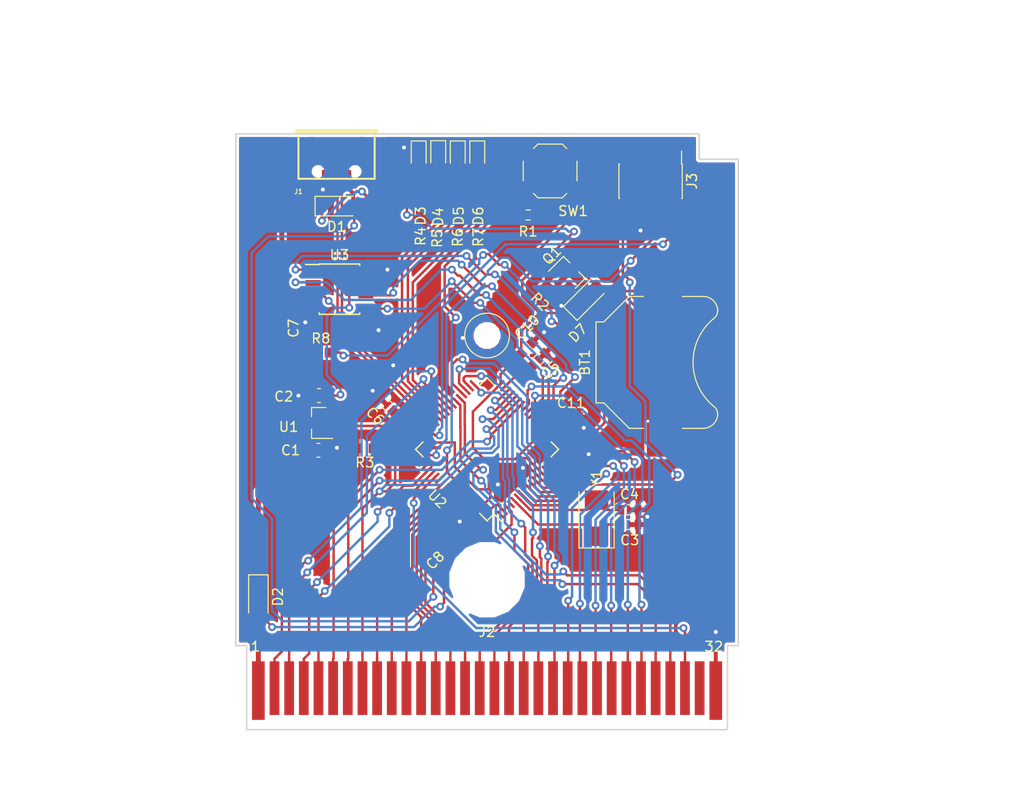
<source format=kicad_pcb>
(kicad_pcb (version 20171130) (host pcbnew 5.0.0-rc2-dev-unknown-62522ee~64~ubuntu17.10.1)
  (layers (0 F.Cu signal) (31 B.Cu signal) (34 B.Paste user) (35 F.Paste user) (36 B.SilkS user) (37 F.SilkS user) (38 B.Mask user) (39 F.Mask user) (44 Edge.Cuts user))
  (net 0 "")
  (net 1 +5V)
  (net 2 GND)
  (net 3 VCC)
  (net 4 "Net-(J1-Pad4)")
  (net 5 "Net-(J2-Pad31)")
  (net 6 /RES)
  (net 7 /D7)
  (net 8 /D6)
  (net 9 /D5)
  (net 10 /D4)
  (net 11 /D3)
  (net 12 /D2)
  (net 13 /D1)
  (net 14 /D0)
  (net 15 /A15)
  (net 16 /A14)
  (net 17 /A13)
  (net 18 /A12)
  (net 19 /A11)
  (net 20 /A10)
  (net 21 /A9)
  (net 22 /A8)
  (net 23 /A7)
  (net 24 /A6)
  (net 25 /A5)
  (net 26 /A4)
  (net 27 /A3)
  (net 28 /A2)
  (net 29 /A1)
  (net 30 /A0)
  (net 31 /CS)
  (net 32 /RD)
  (net 33 /WR)
  (net 34 /CLK)
  (net 35 /BOOT0)
  (net 36 "Net-(U2-Pad1)")
  (net 37 "Net-(U2-Pad4)")
  (net 38 /RESET)
  (net 39 "Net-(U2-Pad50)")
  (net 40 "Net-(C3-Pad1)")
  (net 41 "Net-(C4-Pad2)")
  (net 42 "Net-(C5-Pad1)")
  (net 43 /SWDIO)
  (net 44 "Net-(C6-Pad1)")
  (net 45 /SWCLK)
  (net 46 /VBUS)
  (net 47 /VGB)
  (net 48 /D_N)
  (net 49 /D_P)
  (net 50 "Net-(D3-Pad2)")
  (net 51 "Net-(D4-Pad2)")
  (net 52 "Net-(D5-Pad2)")
  (net 53 "Net-(D6-Pad2)")
  (net 54 "Net-(J3-Pad6)")
  (net 55 "Net-(J3-Pad7)")
  (net 56 "Net-(J3-Pad8)")
  (net 57 /LED1)
  (net 58 /LED2)
  (net 59 /LED3)
  (net 60 "Net-(BT1-Pad1)")
  (net 61 "Net-(R8-Pad2)")
  (net 62 "Net-(U2-Pad15)")
  (net 63 /FRAM_CS)
  (net 64 /FRAM_SCK)
  (net 65 /FRAM_MISO)
  (net 66 /FRAM_MOSI)
  (net 67 "Net-(U2-Pad16)")
  (net 68 "Net-(U2-Pad17)")
  (module LOGO (layer B.Cu) (at 112.5 58 180)
    (fp_text reference G*** hide)
    (fp_text value LOGO hide)
  )
  (module Resistor_SMD:R_0603_1608Metric (layer F.Cu) (at 104.2 47.3)
    (fp_text reference R1 (at 0 1.7) (layer F.SilkS))
    (fp_text value 10k)
    (pad 1 smd rect (at -0.875 0) (size 0.67 1) (layers F.Cu F.Paste F.Mask) (net 35 /BOOT0))
    (pad 2 smd rect (at 0.875 0) (size 0.67 1) (layers F.Cu F.Paste F.Mask) (net 2 GND))
  )
  (module Capacitor_SMD:C_0603_1608Metric (layer F.Cu) (at 114.575 79)
    (fp_text reference C3 (at 0.025 1.6) (layer F.SilkS))
    (fp_text value 15p)
    (pad 2 smd rect (at 0.875 0) (size 0.67 1) (layers F.Cu F.Paste F.Mask) (net 2 GND))
    (pad 1 smd rect (at -0.875 0) (size 0.67 1) (layers F.Cu F.Paste F.Mask) (net 40 "Net-(C3-Pad1)"))
  )
  (module Capacitor_SMD:C_0603_1608Metric (layer F.Cu) (at 114.574999 77.5 180)
    (fp_text reference C4 (at 0 1.6 180) (layer F.SilkS))
    (fp_text value 15p)
    (pad 1 smd rect (at -0.875 0 180) (size 0.67 1) (layers F.Cu F.Paste F.Mask) (net 2 GND))
    (pad 2 smd rect (at 0.875 0 180) (size 0.67 1) (layers F.Cu F.Paste F.Mask) (net 41 "Net-(C4-Pad2)"))
  )
  (module Capacitor_SMD:C_0603_1608Metric (layer F.Cu) (at 105.318718 62.081282 45)
    (fp_text reference C5 (at 0.044239 1.626346 45) (layer F.SilkS))
    (fp_text value 2.2u)
    (pad 2 smd rect (at 0.874999 0 45) (size 0.67 1) (layers F.Cu F.Paste F.Mask) (net 2 GND))
    (pad 1 smd rect (at -0.874999 0 45) (size 0.67 1) (layers F.Cu F.Paste F.Mask) (net 42 "Net-(C5-Pad1)"))
  )
  (module Capacitor_SMD:C_0603_1608Metric (layer F.Cu) (at 89.718718 66.718718 135)
    (fp_text reference C6 (at 0 -1.65 135) (layer F.SilkS))
    (fp_text value 2.2u)
    (pad 1 smd rect (at -0.874999 0 135) (size 0.67 1) (layers F.Cu F.Paste F.Mask) (net 44 "Net-(C6-Pad1)"))
    (pad 2 smd rect (at 0.874999 0 135) (size 0.67 1) (layers F.Cu F.Paste F.Mask) (net 2 GND))
  )
  (module Capacitor_SMD:C_0805_2012Metric (layer F.Cu) (at 82.745 71.4)
    (fp_text reference C1 (at -2.845 0) (layer F.SilkS))
    (fp_text value 1u)
    (pad 1 smd rect (at -0.955 0) (size 0.97 1.5) (layers F.Cu F.Paste F.Mask) (net 1 +5V))
    (pad 2 smd rect (at 0.955 0) (size 0.97 1.5) (layers F.Cu F.Paste F.Mask) (net 2 GND))
  )
  (module Capacitor_SMD:C_0805_2012Metric (layer F.Cu) (at 82.8 65.8 180)
    (fp_text reference C2 (at 3.6 -0.1 180) (layer F.SilkS))
    (fp_text value 1u)
    (pad 2 smd rect (at 0.955 0 180) (size 0.97 1.5) (layers F.Cu F.Paste F.Mask) (net 2 GND))
    (pad 1 smd rect (at -0.955 0 180) (size 0.97 1.5) (layers F.Cu F.Paste F.Mask) (net 3 VCC))
  )
  (module Diode_SMD:D_SOD-123 (layer F.Cu) (at 84.65 46.4)
    (fp_text reference D1 (at -0.05 2.1) (layer F.SilkS))
    (fp_text value D_Schottky)
    (pad 2 smd rect (at 1.65 0) (size 0.9 1.2) (layers F.Cu F.Paste F.Mask) (net 46 /VBUS))
    (pad 1 smd rect (at -1.65 0) (size 0.9 1.2) (layers F.Cu F.Paste F.Mask) (net 1 +5V))
  )
  (module Diode_SMD:D_SOD-123 (layer F.Cu) (at 76.6 86.4 270)
    (fp_text reference D2 (at 0 -2 270) (layer F.SilkS))
    (fp_text value D_Schottky)
    (pad 1 smd rect (at -1.65 0 270) (size 0.9 1.2) (layers F.Cu F.Paste F.Mask) (net 1 +5V))
    (pad 2 smd rect (at 1.65 0 270) (size 0.9 1.2) (layers F.Cu F.Paste F.Mask) (net 47 /VGB))
  )
  (module Gekkio_GameBoy:GameBoy_Cartridge (layer F.Cu) (at 100 96)
    (fp_text reference J2 (at 0 -6) (layer F.SilkS))
    (fp_text value Conn_GameBoy_Cartridge)
    (fp_text user 32 (at 23.2 -4.5) (layer F.SilkS))
    (fp_text user 1 (at -23.7 -4.5) (layer F.SilkS))
    (pad 32 connect rect (at 23.4 0 90) (size 6 1.3) (layers F.Cu F.Mask) (net 2 GND))
    (pad 31 connect rect (at 21.75 -0.25 90) (size 5.5 1) (layers F.Cu F.Mask) (net 5 "Net-(J2-Pad31)"))
    (pad 30 connect rect (at 20.25 -0.25 90) (size 5.5 1) (layers F.Cu F.Mask) (net 6 /RES))
    (pad 29 connect rect (at 18.75 -0.25 90) (size 5.5 1) (layers F.Cu F.Mask) (net 7 /D7))
    (pad 28 connect rect (at 17.25 -0.25 90) (size 5.5 1) (layers F.Cu F.Mask) (net 8 /D6))
    (pad 27 connect rect (at 15.75 -0.25 90) (size 5.5 1) (layers F.Cu F.Mask) (net 9 /D5))
    (pad 26 connect rect (at 14.25 -0.25 90) (size 5.5 1) (layers F.Cu F.Mask) (net 10 /D4))
    (pad 25 connect rect (at 12.75 -0.25 90) (size 5.5 1) (layers F.Cu F.Mask) (net 11 /D3))
    (pad 24 connect rect (at 11.25 -0.25 90) (size 5.5 1) (layers F.Cu F.Mask) (net 12 /D2))
    (pad 23 connect rect (at 9.75 -0.25 90) (size 5.5 1) (layers F.Cu F.Mask) (net 13 /D1))
    (pad 22 connect rect (at 8.25 -0.25 90) (size 5.5 1) (layers F.Cu F.Mask) (net 14 /D0))
    (pad 21 connect rect (at 6.75 -0.25 90) (size 5.5 1) (layers F.Cu F.Mask) (net 15 /A15))
    (pad 20 connect rect (at 5.25 -0.25 90) (size 5.5 1) (layers F.Cu F.Mask) (net 16 /A14))
    (pad 19 connect rect (at 3.75 -0.25 90) (size 5.5 1) (layers F.Cu F.Mask) (net 17 /A13))
    (pad 18 connect rect (at 2.25 -0.25 90) (size 5.5 1) (layers F.Cu F.Mask) (net 18 /A12))
    (pad 17 connect rect (at 0.75 -0.25 90) (size 5.5 1) (layers F.Cu F.Mask) (net 19 /A11))
    (pad 16 connect rect (at -0.75 -0.25 90) (size 5.5 1) (layers F.Cu F.Mask) (net 20 /A10))
    (pad 15 connect rect (at -2.25 -0.25 90) (size 5.5 1) (layers F.Cu F.Mask) (net 21 /A9))
    (pad 14 connect rect (at -3.75 -0.25 90) (size 5.5 1) (layers F.Cu F.Mask) (net 22 /A8))
    (pad 13 connect rect (at -5.25 -0.25 90) (size 5.5 1) (layers F.Cu F.Mask) (net 23 /A7))
    (pad 12 connect rect (at -6.75 -0.25 90) (size 5.5 1) (layers F.Cu F.Mask) (net 24 /A6))
    (pad 11 connect rect (at -8.25 -0.25 90) (size 5.5 1) (layers F.Cu F.Mask) (net 25 /A5))
    (pad 10 connect rect (at -9.75 -0.25 90) (size 5.5 1) (layers F.Cu F.Mask) (net 26 /A4))
    (pad 9 connect rect (at -11.25 -0.25 90) (size 5.5 1) (layers F.Cu F.Mask) (net 27 /A3))
    (pad 8 connect rect (at -12.75 -0.25 90) (size 5.5 1) (layers F.Cu F.Mask) (net 28 /A2))
    (pad 7 connect rect (at -14.25 -0.25 90) (size 5.5 1) (layers F.Cu F.Mask) (net 29 /A1))
    (pad 6 connect rect (at -15.75 -0.25 90) (size 5.5 1) (layers F.Cu F.Mask) (net 30 /A0))
    (pad 5 connect rect (at -17.25 -0.25 90) (size 5.5 1) (layers F.Cu F.Mask) (net 31 /CS))
    (pad 4 connect rect (at -18.75 -0.25 90) (size 5.5 1) (layers F.Cu F.Mask) (net 32 /RD))
    (pad 3 connect rect (at -20.25 -0.25 90) (size 5.5 1) (layers F.Cu F.Mask) (net 33 /WR))
    (pad 1 connect rect (at -23.4 0 90) (size 6 1.3) (layers F.Cu F.Mask) (net 47 /VGB))
    (pad 2 connect rect (at -21.75 -0.25 90) (size 5.5 1) (layers F.Cu F.Mask) (net 34 /CLK))
  )
  (module Button_Switch_SMD:SW_SPST_TL3342 (layer F.Cu) (at 106.45 42.8)
    (fp_text reference SW1 (at 2.35 4.1) (layer F.SilkS))
    (fp_text value SW_Push)
    (pad 1 smd rect (at -3.15 -1.9) (size 1.7 1) (layers F.Cu F.Paste F.Mask) (net 3 VCC))
    (pad 1 smd rect (at 3.15 -1.9) (size 1.7 1) (layers F.Cu F.Paste F.Mask) (net 3 VCC))
    (pad 2 smd rect (at -3.15 1.9) (size 1.7 1) (layers F.Cu F.Paste F.Mask) (net 35 /BOOT0))
    (pad 2 smd rect (at 3.15 1.9) (size 1.7 1) (layers F.Cu F.Paste F.Mask) (net 35 /BOOT0))
  )
  (module Package_TO_SOT_SMD:SOT-23 (layer F.Cu) (at 82.8 68.6 180)
    (fp_text reference U1 (at 3.1 -0.4 180) (layer F.SilkS))
    (fp_text value MCP1700-1202E_SOT23)
    (pad 1 smd rect (at -1 -0.95 180) (size 0.9 0.8) (layers F.Cu F.Paste F.Mask) (net 2 GND))
    (pad 2 smd rect (at -1 0.95 180) (size 0.9 0.8) (layers F.Cu F.Paste F.Mask) (net 3 VCC))
    (pad 3 smd rect (at 1 0 180) (size 0.9 0.8) (layers F.Cu F.Paste F.Mask) (net 1 +5V))
  )
  (module Package_QFP:LQFP-64_10x10mm_P0.5mm (layer F.Cu) (at 100 71.3 135)
    (fp_text reference U2 (at 0 -7.2 135) (layer F.SilkS))
    (fp_text value STM32F405RGTx)
    (pad 1 smd rect (at -5.7 -3.75 135) (size 1 0.25) (layers F.Cu F.Paste F.Mask) (net 36 "Net-(U2-Pad1)"))
    (pad 2 smd rect (at -5.7 -3.25 135) (size 1 0.25) (layers F.Cu F.Paste F.Mask) (net 46 /VBUS))
    (pad 3 smd rect (at -5.7 -2.75 135) (size 1 0.25) (layers F.Cu F.Paste F.Mask) (net 47 /VGB))
    (pad 4 smd rect (at -5.7 -2.25 135) (size 1 0.25) (layers F.Cu F.Paste F.Mask) (net 37 "Net-(U2-Pad4)"))
    (pad 5 smd rect (at -5.7 -1.75 135) (size 1 0.25) (layers F.Cu F.Paste F.Mask) (net 40 "Net-(C3-Pad1)"))
    (pad 6 smd rect (at -5.7 -1.25 135) (size 1 0.25) (layers F.Cu F.Paste F.Mask) (net 41 "Net-(C4-Pad2)"))
    (pad 7 smd rect (at -5.7 -0.75 135) (size 1 0.25) (layers F.Cu F.Paste F.Mask) (net 38 /RESET))
    (pad 8 smd rect (at -5.7 -0.25 135) (size 1 0.25) (layers F.Cu F.Paste F.Mask) (net 14 /D0))
    (pad 9 smd rect (at -5.7 0.25 135) (size 1 0.25) (layers F.Cu F.Paste F.Mask) (net 13 /D1))
    (pad 10 smd rect (at -5.7 0.75 135) (size 1 0.25) (layers F.Cu F.Paste F.Mask) (net 12 /D2))
    (pad 11 smd rect (at -5.7 1.25 135) (size 1 0.25) (layers F.Cu F.Paste F.Mask) (net 11 /D3))
    (pad 12 smd rect (at -5.7 1.75 135) (size 1 0.25) (layers F.Cu F.Paste F.Mask) (net 2 GND))
    (pad 13 smd rect (at -5.7 2.25 135) (size 1 0.25) (layers F.Cu F.Paste F.Mask) (net 3 VCC))
    (pad 14 smd rect (at -5.7 2.75 135) (size 1 0.25) (layers F.Cu F.Paste F.Mask) (net 61 "Net-(R8-Pad2)"))
    (pad 15 smd rect (at -5.7 3.25 135) (size 1 0.25) (layers F.Cu F.Paste F.Mask) (net 62 "Net-(U2-Pad15)"))
    (pad 16 smd rect (at -5.7 3.75 135) (size 1 0.25) (layers F.Cu F.Paste F.Mask) (net 67 "Net-(U2-Pad16)"))
    (pad 17 smd rect (at -3.75 5.7 225) (size 1 0.25) (layers F.Cu F.Paste F.Mask) (net 68 "Net-(U2-Pad17)"))
    (pad 18 smd rect (at -3.25 5.7 225) (size 1 0.25) (layers F.Cu F.Paste F.Mask) (net 2 GND))
    (pad 19 smd rect (at -2.75 5.7 225) (size 1 0.25) (layers F.Cu F.Paste F.Mask) (net 3 VCC))
    (pad 20 smd rect (at -2.25 5.7 225) (size 1 0.25) (layers F.Cu F.Paste F.Mask) (net 63 /FRAM_CS))
    (pad 21 smd rect (at -1.75 5.7 225) (size 1 0.25) (layers F.Cu F.Paste F.Mask) (net 64 /FRAM_SCK))
    (pad 22 smd rect (at -1.25 5.7 225) (size 1 0.25) (layers F.Cu F.Paste F.Mask) (net 65 /FRAM_MISO))
    (pad 23 smd rect (at -0.75 5.7 225) (size 1 0.25) (layers F.Cu F.Paste F.Mask) (net 66 /FRAM_MOSI))
    (pad 24 smd rect (at -0.25 5.7 225) (size 1 0.25) (layers F.Cu F.Paste F.Mask) (net 10 /D4))
    (pad 25 smd rect (at 0.25 5.7 225) (size 1 0.25) (layers F.Cu F.Paste F.Mask) (net 9 /D5))
    (pad 26 smd rect (at 0.75 5.7 225) (size 1 0.25) (layers F.Cu F.Paste F.Mask) (net 30 /A0))
    (pad 27 smd rect (at 1.25 5.7 225) (size 1 0.25) (layers F.Cu F.Paste F.Mask) (net 29 /A1))
    (pad 28 smd rect (at 1.75 5.7 225) (size 1 0.25) (layers F.Cu F.Paste F.Mask) (net 28 /A2))
    (pad 29 smd rect (at 2.25 5.7 225) (size 1 0.25) (layers F.Cu F.Paste F.Mask) (net 20 /A10))
    (pad 30 smd rect (at 2.75 5.7 225) (size 1 0.25) (layers F.Cu F.Paste F.Mask) (net 19 /A11))
    (pad 31 smd rect (at 3.25 5.7 225) (size 1 0.25) (layers F.Cu F.Paste F.Mask) (net 42 "Net-(C5-Pad1)"))
    (pad 32 smd rect (at 3.75 5.7 225) (size 1 0.25) (layers F.Cu F.Paste F.Mask) (net 3 VCC))
    (pad 33 smd rect (at 5.7 3.75 135) (size 1 0.25) (layers F.Cu F.Paste F.Mask) (net 18 /A12))
    (pad 34 smd rect (at 5.7 3.25 135) (size 1 0.25) (layers F.Cu F.Paste F.Mask) (net 17 /A13))
    (pad 35 smd rect (at 5.7 2.75 135) (size 1 0.25) (layers F.Cu F.Paste F.Mask) (net 16 /A14))
    (pad 36 smd rect (at 5.7 2.25 135) (size 1 0.25) (layers F.Cu F.Paste F.Mask) (net 15 /A15))
    (pad 37 smd rect (at 5.7 1.75 135) (size 1 0.25) (layers F.Cu F.Paste F.Mask) (net 8 /D6))
    (pad 38 smd rect (at 5.7 1.25 135) (size 1 0.25) (layers F.Cu F.Paste F.Mask) (net 7 /D7))
    (pad 39 smd rect (at 5.7 0.75 135) (size 1 0.25) (layers F.Cu F.Paste F.Mask) (net 34 /CLK))
    (pad 40 smd rect (at 5.7 0.25 135) (size 1 0.25) (layers F.Cu F.Paste F.Mask) (net 33 /WR))
    (pad 41 smd rect (at 5.7 -0.25 135) (size 1 0.25) (layers F.Cu F.Paste F.Mask) (net 59 /LED3))
    (pad 42 smd rect (at 5.7 -0.75 135) (size 1 0.25) (layers F.Cu F.Paste F.Mask) (net 58 /LED2))
    (pad 43 smd rect (at 5.7 -1.25 135) (size 1 0.25) (layers F.Cu F.Paste F.Mask) (net 57 /LED1))
    (pad 44 smd rect (at 5.7 -1.75 135) (size 1 0.25) (layers F.Cu F.Paste F.Mask) (net 48 /D_N))
    (pad 45 smd rect (at 5.7 -2.25 135) (size 1 0.25) (layers F.Cu F.Paste F.Mask) (net 49 /D_P))
    (pad 46 smd rect (at 5.7 -2.75 135) (size 1 0.25) (layers F.Cu F.Paste F.Mask) (net 43 /SWDIO))
    (pad 47 smd rect (at 5.7 -3.25 135) (size 1 0.25) (layers F.Cu F.Paste F.Mask) (net 44 "Net-(C6-Pad1)"))
    (pad 48 smd rect (at 5.7 -3.75 135) (size 1 0.25) (layers F.Cu F.Paste F.Mask) (net 3 VCC))
    (pad 49 smd rect (at 3.75 -5.7 225) (size 1 0.25) (layers F.Cu F.Paste F.Mask) (net 45 /SWCLK))
    (pad 50 smd rect (at 3.25 -5.7 225) (size 1 0.25) (layers F.Cu F.Paste F.Mask) (net 39 "Net-(U2-Pad50)"))
    (pad 51 smd rect (at 2.75 -5.7 225) (size 1 0.25) (layers F.Cu F.Paste F.Mask) (net 32 /RD))
    (pad 52 smd rect (at 2.25 -5.7 225) (size 1 0.25) (layers F.Cu F.Paste F.Mask) (net 31 /CS))
    (pad 53 smd rect (at 1.75 -5.7 225) (size 1 0.25) (layers F.Cu F.Paste F.Mask) (net 6 /RES))
    (pad 54 smd rect (at 1.25 -5.7 225) (size 1 0.25) (layers F.Cu F.Paste F.Mask) (net 35 /BOOT0))
    (pad 55 smd rect (at 0.75 -5.7 225) (size 1 0.25) (layers F.Cu F.Paste F.Mask) (net 27 /A3))
    (pad 56 smd rect (at 0.25 -5.7 225) (size 1 0.25) (layers F.Cu F.Paste F.Mask) (net 26 /A4))
    (pad 57 smd rect (at -0.25 -5.7 225) (size 1 0.25) (layers F.Cu F.Paste F.Mask) (net 25 /A5))
    (pad 58 smd rect (at -0.75 -5.7 225) (size 1 0.25) (layers F.Cu F.Paste F.Mask) (net 24 /A6))
    (pad 59 smd rect (at -1.25 -5.7 225) (size 1 0.25) (layers F.Cu F.Paste F.Mask) (net 23 /A7))
    (pad 60 smd rect (at -1.75 -5.7 225) (size 1 0.25) (layers F.Cu F.Paste F.Mask) (net 35 /BOOT0))
    (pad 61 smd rect (at -2.25 -5.7 225) (size 1 0.25) (layers F.Cu F.Paste F.Mask) (net 22 /A8))
    (pad 62 smd rect (at -2.75 -5.7 225) (size 1 0.25) (layers F.Cu F.Paste F.Mask) (net 21 /A9))
    (pad 63 smd rect (at -3.25 -5.7 225) (size 1 0.25) (layers F.Cu F.Paste F.Mask) (net 2 GND))
    (pad 64 smd rect (at -3.75 -5.7 225) (size 1 0.25) (layers F.Cu F.Paste F.Mask) (net 3 VCC))
  )
  (module Connectors:1pin (layer F.Cu) (at 100 59.65)
    (fp_text reference MK2 hide)
    (fp_text value Mounting_Hole hide)
    (pad "" np_thru_hole circle (at 0 0) (size 2.25 2.25) (drill 2.25) (layers *.Cu *.Mask))
  )
  (module Connectors:1pin (layer F.Cu) (at 100 84.65)
    (fp_text reference MK1 hide)
    (fp_text value Mounting_Hole hide)
    (pad "" np_thru_hole circle (at 0 0) (size 7.2 7.2) (drill 7.2) (layers *.Cu *.Mask))
  )
  (module LED_SMD:LED_0603_1608Metric (layer F.Cu) (at 93 41.2 270)
    (fp_text reference D3 (at 6.2 -0.2 270) (layer F.SilkS))
    (fp_text value LED)
    (pad 1 smd rect (at -0.8 0 270) (size 0.82 1) (layers F.Cu F.Paste F.Mask) (net 2 GND))
    (pad 2 smd rect (at 0.8 0 270) (size 0.82 1) (layers F.Cu F.Paste F.Mask) (net 50 "Net-(D3-Pad2)"))
  )
  (module LED_SMD:LED_0603_1608Metric (layer F.Cu) (at 95.006256 41.173514 270)
    (fp_text reference D4 (at 6.326486 0.006256 270) (layer F.SilkS))
    (fp_text value LED)
    (pad 2 smd rect (at 0.8 0 270) (size 0.82 1) (layers F.Cu F.Paste F.Mask) (net 51 "Net-(D4-Pad2)"))
    (pad 1 smd rect (at -0.8 0 270) (size 0.82 1) (layers F.Cu F.Paste F.Mask) (net 2 GND))
  )
  (module LED_SMD:LED_0603_1608Metric (layer F.Cu) (at 97 41.2 270)
    (fp_text reference D5 (at 6.2 -0.1 270) (layer F.SilkS))
    (fp_text value LED)
    (pad 1 smd rect (at -0.8 0 270) (size 0.82 1) (layers F.Cu F.Paste F.Mask) (net 2 GND))
    (pad 2 smd rect (at 0.8 0 270) (size 0.82 1) (layers F.Cu F.Paste F.Mask) (net 52 "Net-(D5-Pad2)"))
  )
  (module LED_SMD:LED_0603_1608Metric (layer F.Cu) (at 99 41.2 270)
    (fp_text reference D6 (at 6.2 -0.1 270) (layer F.SilkS))
    (fp_text value LED)
    (pad 2 smd rect (at 0.8 0 270) (size 0.82 1) (layers F.Cu F.Paste F.Mask) (net 53 "Net-(D6-Pad2)"))
    (pad 1 smd rect (at -0.8 0 270) (size 0.82 1) (layers F.Cu F.Paste F.Mask) (net 2 GND))
  )
  (module Connector_PinHeader_1.27mm:PinHeader_2x05_P1.27mm_Vertical_SMD (layer F.Cu) (at 116.73 43.85 270)
    (fp_text reference J3 (at 0 -4.235 270) (layer F.SilkS))
    (fp_text value Conn_ARM_JTAG_SWD_10)
    (pad 1 smd rect (at -1.95 -2.54 270) (size 2.4 0.74) (layers F.Cu F.Paste F.Mask) (net 3 VCC))
    (pad 2 smd rect (at 1.95 -2.54 270) (size 2.4 0.74) (layers F.Cu F.Paste F.Mask) (net 43 /SWDIO))
    (pad 3 smd rect (at -1.95 -1.27 270) (size 2.4 0.74) (layers F.Cu F.Paste F.Mask) (net 2 GND))
    (pad 4 smd rect (at 1.95 -1.27 270) (size 2.4 0.74) (layers F.Cu F.Paste F.Mask) (net 45 /SWCLK))
    (pad 5 smd rect (at -1.95 0 270) (size 2.4 0.74) (layers F.Cu F.Paste F.Mask) (net 2 GND))
    (pad 6 smd rect (at 1.95 0 270) (size 2.4 0.74) (layers F.Cu F.Paste F.Mask) (net 54 "Net-(J3-Pad6)"))
    (pad 7 smd rect (at -1.95 1.27 270) (size 2.4 0.74) (layers F.Cu F.Paste F.Mask) (net 55 "Net-(J3-Pad7)"))
    (pad 8 smd rect (at 1.95 1.27 270) (size 2.4 0.74) (layers F.Cu F.Paste F.Mask) (net 56 "Net-(J3-Pad8)"))
    (pad 9 smd rect (at -1.95 2.54 270) (size 2.4 0.74) (layers F.Cu F.Paste F.Mask) (net 2 GND))
    (pad 10 smd rect (at 1.95 2.54 270) (size 2.4 0.74) (layers F.Cu F.Paste F.Mask) (net 38 /RESET))
  )
  (module Resistor_SMD:R_0603_1608Metric (layer F.Cu) (at 93 44.821832 270)
    (fp_text reference R4 (at 4.678168 -0.2 270) (layer F.SilkS))
    (fp_text value 470)
    (pad 1 smd rect (at -0.8 0 270) (size 0.82 1) (layers F.Cu F.Paste F.Mask) (net 50 "Net-(D3-Pad2)"))
    (pad 2 smd rect (at 0.8 0 270) (size 0.82 1) (layers F.Cu F.Paste F.Mask) (net 1 +5V))
  )
  (module Resistor_SMD:R_0603_1608Metric (layer F.Cu) (at 95 44.8 270)
    (fp_text reference R5 (at 4.9 0.1 270) (layer F.SilkS))
    (fp_text value 470)
    (pad 2 smd rect (at 0.8 0 270) (size 0.82 1) (layers F.Cu F.Paste F.Mask) (net 57 /LED1))
    (pad 1 smd rect (at -0.8 0 270) (size 0.82 1) (layers F.Cu F.Paste F.Mask) (net 51 "Net-(D4-Pad2)"))
  )
  (module Resistor_SMD:R_0603_1608Metric (layer F.Cu) (at 97 44.821832 270)
    (fp_text reference R6 (at 4.778168 0 270) (layer F.SilkS))
    (fp_text value 470)
    (pad 2 smd rect (at 0.8 0 270) (size 0.82 1) (layers F.Cu F.Paste F.Mask) (net 58 /LED2))
    (pad 1 smd rect (at -0.8 0 270) (size 0.82 1) (layers F.Cu F.Paste F.Mask) (net 52 "Net-(D5-Pad2)"))
  )
  (module Resistor_SMD:R_0603_1608Metric (layer F.Cu) (at 99 44.8 270)
    (fp_text reference R7 (at 4.8 -0.1 270) (layer F.SilkS))
    (fp_text value 470)
    (pad 1 smd rect (at -0.8 0 270) (size 0.82 1) (layers F.Cu F.Paste F.Mask) (net 53 "Net-(D6-Pad2)"))
    (pad 2 smd rect (at 0.8 0 270) (size 0.82 1) (layers F.Cu F.Paste F.Mask) (net 59 /LED3))
  )
  (module Crystal:Crystal_SMD_5032-2Pin_5.0x3.2mm (layer F.Cu) (at 111.2 78.35 90)
    (fp_text reference Y1 (at 4.05 0 90) (layer F.SilkS))
    (fp_text value 8M)
    (pad 1 smd rect (at -1.85 0 90) (size 2 2.4) (layers F.Cu F.Paste F.Mask) (net 40 "Net-(C3-Pad1)"))
    (pad 2 smd rect (at 1.85 0 90) (size 2 2.4) (layers F.Cu F.Paste F.Mask) (net 41 "Net-(C4-Pad2)"))
  )
  (module w_conn_pc:conn_usb_B_micro_smd-2 (layer F.Cu) (at 84.6 40.7 180)
    (fp_text reference J1 (at 3.9 -4.2 180) (layer F.SilkS) (effects (font (size 0.50038 0.50038) (thickness 0.09906))))
    (fp_text value USB_B_Micro hide)
    (pad "" smd rect (at -1.19888 0 180) (size 1.89738 1.89738) (layers F.Cu F.Paste F.Mask))
    (pad "" smd rect (at 1.19888 0 180) (size 1.89738 1.89738) (layers F.Cu F.Paste F.Mask))
    (pad "" smd rect (at 3.9497 0 180) (size 1.89738 1.89738) (layers F.Cu F.Paste F.Mask))
    (pad "" smd rect (at -3.9497 0 180) (size 1.89738 1.89738) (layers F.Cu F.Paste F.Mask))
    (pad 1 smd rect (at -1.30048 -2.67462 180) (size 0.39878 1.34874) (layers F.Cu F.Paste F.Mask) (net 46 /VBUS))
    (pad 2 smd rect (at -0.6477 -2.67462 180) (size 0.39878 1.3462) (layers F.Cu F.Paste F.Mask) (net 48 /D_N))
    (pad 3 smd rect (at 0 -2.67462 180) (size 0.39878 1.3462) (layers F.Cu F.Paste F.Mask) (net 49 /D_P))
    (pad 4 smd rect (at 0.6477 -2.67462 180) (size 0.39878 1.3462) (layers F.Cu F.Paste F.Mask) (net 4 "Net-(J1-Pad4)"))
    (pad 5 smd rect (at 1.30048 -2.67462 180) (size 0.39878 1.3462) (layers F.Cu F.Paste F.Mask) (net 2 GND))
    (pad "" np_thru_hole circle (at 1.89738 -2.1463 180) (size 0.79756 0.79756) (drill 0.79756) (layers *.Cu *.Mask F.SilkS))
    (pad "" np_thru_hole circle (at -1.89992 -2.14884 180) (size 0.79756 0.79756) (drill 0.79756) (layers *.Cu *.Mask F.SilkS))
  )
  (module Capacitor_SMD:C_0603_1608Metric (layer F.Cu) (at 96.4 80.7 225)
    (fp_text reference C8 (at 2.6 -0.2 225) (layer F.SilkS))
    (fp_text value 100n)
    (pad 1 smd rect (at -0.8 0 225) (size 0.82 1) (layers F.Cu F.Paste F.Mask) (net 3 VCC))
    (pad 2 smd rect (at 0.8 0 225) (size 0.82 1) (layers F.Cu F.Paste F.Mask) (net 2 GND))
  )
  (module Capacitor_SMD:C_0603_1608Metric (layer F.Cu) (at 104.065685 60.934315 45)
    (fp_text reference C10 (at 1.533453 -1.484924 45) (layer F.SilkS))
    (fp_text value 100n)
    (pad 1 smd rect (at -0.799999 0 45) (size 0.82 1) (layers F.Cu F.Paste F.Mask) (net 3 VCC))
    (pad 2 smd rect (at 0.799999 0 45) (size 0.82 1) (layers F.Cu F.Paste F.Mask) (net 2 GND))
  )
  (module Capacitor_SMD:C_0603_1608Metric (layer F.Cu) (at 108.6 68)
    (fp_text reference C11 (at 0 -1.45) (layer F.SilkS))
    (fp_text value 100n)
    (pad 2 smd rect (at 0.8 0) (size 0.82 1) (layers F.Cu F.Paste F.Mask) (net 2 GND))
    (pad 1 smd rect (at -0.8 0) (size 0.82 1) (layers F.Cu F.Paste F.Mask) (net 3 VCC))
  )
  (module Battery:BatteryHolder_Keystone_3000_1x12mm (layer F.Cu) (at 118 62.4 90)
    (fp_text reference BT1 (at 0 -8 90) (layer F.SilkS))
    (fp_text value Battery_Cell)
    (pad 1 smd rect (at -7.9 0 90) (size 3.5 3.3) (layers F.Cu F.Paste F.Mask) (net 60 "Net-(BT1-Pad1)"))
    (pad 1 smd rect (at 7.9 0 90) (size 3.5 3.3) (layers F.Cu F.Paste F.Mask) (net 60 "Net-(BT1-Pad1)"))
    (pad 2 smd rect (at 0 0 90) (size 4 4) (layers F.Cu F.Mask) (net 2 GND))
  )
  (module Diode_SMD:D_SOD-123 (layer F.Cu) (at 110.1 55.8 45)
    (fp_text reference D7 (at -3.11127 1.979899 45) (layer F.SilkS))
    (fp_text value D_Schottky)
    (pad 1 smd rect (at -1.65 0 45) (size 0.9 1.2) (layers F.Cu F.Paste F.Mask) (net 3 VCC))
    (pad 2 smd rect (at 1.65 0 45) (size 0.9 1.2) (layers F.Cu F.Paste F.Mask) (net 60 "Net-(BT1-Pad1)"))
  )
  (module Resistor_SMD:R_0603_1608Metric (layer F.Cu) (at 83 61.4)
    (fp_text reference R8 (at 0 -1.45) (layer F.SilkS))
    (fp_text value 10k)
    (pad 1 smd rect (at -0.8 0) (size 0.82 1) (layers F.Cu F.Paste F.Mask) (net 1 +5V))
    (pad 2 smd rect (at 0.8 0) (size 0.82 1) (layers F.Cu F.Paste F.Mask) (net 61 "Net-(R8-Pad2)"))
  )
  (module Capacitor_SMD:C_0603_1608Metric (layer F.Cu) (at 80.2 56.3 90)
    (fp_text reference C7 (at -2.6 0 90) (layer F.SilkS))
    (fp_text value 100n)
    (pad 1 smd rect (at -0.8 0 90) (size 0.82 1) (layers F.Cu F.Paste F.Mask) (net 2 GND))
    (pad 2 smd rect (at 0.8 0 90) (size 0.82 1) (layers F.Cu F.Paste F.Mask) (net 3 VCC))
  )
  (module Package_SO:SOIC-8_3.9x4.9mm_P1.27mm (layer F.Cu) (at 84.9 54.9)
    (fp_text reference U3 (at 0 -3.5) (layer F.SilkS))
    (fp_text value FM25V10)
    (pad 1 smd rect (at -2.7 -1.905) (size 1.55 0.6) (layers F.Cu F.Paste F.Mask) (net 63 /FRAM_CS))
    (pad 2 smd rect (at -2.7 -0.635) (size 1.55 0.6) (layers F.Cu F.Paste F.Mask) (net 65 /FRAM_MISO))
    (pad 3 smd rect (at -2.7 0.635) (size 1.55 0.6) (layers F.Cu F.Paste F.Mask) (net 3 VCC))
    (pad 4 smd rect (at -2.7 1.905) (size 1.55 0.6) (layers F.Cu F.Paste F.Mask) (net 2 GND))
    (pad 5 smd rect (at 2.7 1.905) (size 1.55 0.6) (layers F.Cu F.Paste F.Mask) (net 66 /FRAM_MOSI))
    (pad 6 smd rect (at 2.7 0.635) (size 1.55 0.6) (layers F.Cu F.Paste F.Mask) (net 64 /FRAM_SCK))
    (pad 7 smd rect (at 2.7 -0.635) (size 1.55 0.6) (layers F.Cu F.Paste F.Mask) (net 3 VCC))
    (pad 8 smd rect (at 2.7 -1.905) (size 1.55 0.6) (layers F.Cu F.Paste F.Mask) (net 3 VCC))
  )
  (module Package_TO_SOT_SMD:SOT-23 (layer F.Cu) (at 108.392893 53.207107 45)
    (fp_text reference Q1 (at 0 -2.5 45) (layer F.SilkS))
    (fp_text value Q_PMOS_GSD)
    (pad 1 smd rect (at -1 -0.95 45) (size 0.9 0.8) (layers F.Cu F.Paste F.Mask) (net 1 +5V))
    (pad 2 smd rect (at -1 0.95 45) (size 0.9 0.8) (layers F.Cu F.Paste F.Mask) (net 3 VCC))
    (pad 3 smd rect (at 1 0 45) (size 0.9 0.8) (layers F.Cu F.Paste F.Mask) (net 60 "Net-(BT1-Pad1)"))
  )
  (module Resistor_SMD:R_0603_1608Metric (layer F.Cu) (at 106.6 55.1 315)
    (fp_text reference R2 (at -0.070711 1.626346 315) (layer F.SilkS))
    (fp_text value 100k)
    (pad 1 smd rect (at -0.8 0 315) (size 0.82 1) (layers F.Cu F.Paste F.Mask) (net 1 +5V))
    (pad 2 smd rect (at 0.8 0 315) (size 0.82 1) (layers F.Cu F.Paste F.Mask) (net 2 GND))
  )
  (module Resistor_SMD:R_0603_1608Metric (layer F.Cu) (at 87.5 71.2 180)
    (fp_text reference R3 (at 0 -1.45 180) (layer F.SilkS))
    (fp_text value 10k)
    (pad 1 smd rect (at -0.8 0 180) (size 0.82 1) (layers F.Cu F.Paste F.Mask) (net 28 /A2))
    (pad 2 smd rect (at 0.8 0 180) (size 0.82 1) (layers F.Cu F.Paste F.Mask) (net 2 GND))
  )
  (gr_line (start 121.7 39) (end 121.7 41.6) (angle 90) (layer Edge.Cuts) (width 0.15))
  (gr_line (start 74.3 39) (end 121.7 39) (angle 90) (layer Edge.Cuts) (width 0.15))
  (gr_line (start 125.7 41.6) (end 121.7 41.6) (angle 90) (layer Edge.Cuts) (width 0.15))
  (gr_line (start 74.3 91.4) (end 74.3 39) (angle 90) (layer Edge.Cuts) (width 0.15))
  (gr_line (start 75.4 91.4) (end 74.3 91.4) (angle 90) (layer Edge.Cuts) (width 0.15))
  (gr_line (start 75.4 100) (end 75.4 91.4) (angle 90) (layer Edge.Cuts) (width 0.15))
  (gr_line (start 125.7 91.4) (end 125.7 41.6) (angle 90) (layer Edge.Cuts) (width 0.15))
  (gr_line (start 124.6 91.4) (end 125.7 91.4) (angle 90) (layer Edge.Cuts) (width 0.15))
  (gr_line (start 124.6 100) (end 124.6 91.4) (angle 90) (layer Edge.Cuts) (width 0.15))
  (gr_line (start 75.4 100) (end 124.6 100) (angle 90) (layer Edge.Cuts) (width 0.15))
  (segment (start 80.805 71.4) (end 81.79 71.4) (width 0.5) (layer F.Cu) (net 1))
  (segment (start 76.6 75.605) (end 80.805 71.4) (width 0.5) (layer F.Cu) (net 1))
  (segment (start 81.79 68.61) (end 81.8 68.6) (width 0.5) (layer F.Cu) (net 1))
  (segment (start 81.79 71.4) (end 81.79 68.61) (width 0.5) (layer F.Cu) (net 1))
  (segment (start 80.2 68.6) (end 81.8 68.6) (width 0.5) (layer F.Cu) (net 1))
  (segment (start 83 46.4) (end 80.2 46.4) (width 0.5) (layer F.Cu) (net 1))
  (segment (start 80.2 46.4) (end 79 47.6) (width 0.5) (layer F.Cu) (net 1))
  (segment (start 79 67.4) (end 80.2 68.6) (width 0.5) (layer F.Cu) (net 1))
  (via (at 87.2 44.9) (size 0.8) (drill 0.4) (layers F.Cu B.Cu) (net 1))
  (segment (start 87.921832 45.621832) (end 87.2 44.9) (width 0.3) (layer F.Cu) (net 1))
  (segment (start 86.634315 44.9) (end 86.234315 45.3) (width 0.3) (layer B.Cu) (net 1))
  (segment (start 87.2 44.9) (end 86.634315 44.9) (width 0.3) (layer B.Cu) (net 1))
  (segment (start 86.234315 45.3) (end 85.7 45.3) (width 0.3) (layer B.Cu) (net 1))
  (via (at 83.1 47.9) (size 0.8) (drill 0.4) (layers F.Cu B.Cu) (net 1))
  (segment (start 85.7 45.3) (end 83.1 47.9) (width 0.3) (layer B.Cu) (net 1))
  (segment (start 83.1 46.5) (end 83 46.4) (width 0.3) (layer F.Cu) (net 1))
  (segment (start 83.1 47.9) (end 83.1 46.5) (width 0.3) (layer F.Cu) (net 1))
  (segment (start 76.6 84.75) (end 76.6 80.4) (width 0.5) (layer F.Cu) (net 1))
  (segment (start 76.6 80.4) (end 76.6 75.605) (width 0.5) (layer F.Cu) (net 1))
  (segment (start 82.2 61.4) (end 79.1 61.4) (width 0.5) (layer F.Cu) (net 1))
  (segment (start 79.1 61.4) (end 79 61.3) (width 0.5) (layer F.Cu) (net 1))
  (segment (start 79 47.6) (end 79 61.3) (width 0.5) (layer F.Cu) (net 1))
  (segment (start 79 61.3) (end 79 67.4) (width 0.5) (layer F.Cu) (net 1))
  (segment (start 106.034315 54.222182) (end 107.014035 53.242462) (width 0.5) (layer F.Cu) (net 1))
  (segment (start 106.034315 54.534315) (end 106.034315 54.222182) (width 0.5) (layer F.Cu) (net 1))
  (via (at 108.9 49) (size 0.8) (drill 0.4) (layers F.Cu B.Cu) (net 1))
  (segment (start 106.034315 51.865685) (end 108.9 49) (width 0.25) (layer F.Cu) (net 1))
  (segment (start 106.034315 54.534315) (end 106.034315 51.865685) (width 0.25) (layer F.Cu) (net 1))
  (segment (start 108.334315 49) (end 108.034315 48.7) (width 0.25) (layer B.Cu) (net 1))
  (segment (start 108.9 49) (end 108.334315 49) (width 0.25) (layer B.Cu) (net 1))
  (segment (start 108.034315 48.7) (end 94.4 48.7) (width 0.25) (layer B.Cu) (net 1))
  (via (at 91.8 47.3) (size 0.8) (drill 0.4) (layers F.Cu B.Cu) (net 1))
  (segment (start 94.4 48.7) (end 93 47.3) (width 0.25) (layer B.Cu) (net 1))
  (segment (start 93 47.3) (end 91.8 47.3) (width 0.25) (layer B.Cu) (net 1))
  (segment (start 91.8 45.721832) (end 91.9 45.621832) (width 0.25) (layer F.Cu) (net 1))
  (segment (start 91.8 47.3) (end 91.8 45.721832) (width 0.25) (layer F.Cu) (net 1))
  (segment (start 93 45.621832) (end 91.9 45.621832) (width 0.3) (layer F.Cu) (net 1))
  (segment (start 91.9 45.621832) (end 87.921832 45.621832) (width 0.3) (layer F.Cu) (net 1))
  (segment (start 115.449999 78.999999) (end 115.45 79) (width 0.25) (layer F.Cu) (net 2))
  (via (at 116.4 78.2) (size 0.8) (drill 0.4) (layers F.Cu B.Cu) (net 2))
  (segment (start 115.449999 78.2) (end 116.4 78.2) (width 0.25) (layer F.Cu) (net 2))
  (segment (start 115.449999 77.5) (end 115.449999 78.2) (width 0.25) (layer F.Cu) (net 2))
  (segment (start 115.449999 78.2) (end 115.449999 78.999999) (width 0.25) (layer F.Cu) (net 2))
  (segment (start 83.7 69.65) (end 83.8 69.55) (width 0.4) (layer F.Cu) (net 2))
  (segment (start 83.7 71.4) (end 83.7 69.65) (width 0.4) (layer F.Cu) (net 2))
  (via (at 80.7 65.8) (size 0.8) (drill 0.4) (layers F.Cu B.Cu) (net 2))
  (segment (start 81.845 65.8) (end 80.7 65.8) (width 0.4) (layer F.Cu) (net 2))
  (via (at 88.3 65.3) (size 0.8) (drill 0.4) (layers F.Cu B.Cu) (net 2))
  (segment (start 89.1 66.1) (end 88.3 65.3) (width 0.4) (layer F.Cu) (net 2))
  (segment (start 99 40.4) (end 97 40.4) (width 0.25) (layer F.Cu) (net 2))
  (segment (start 95.032742 40.4) (end 95.006256 40.373514) (width 0.25) (layer F.Cu) (net 2))
  (segment (start 97 40.4) (end 95.032742 40.4) (width 0.25) (layer F.Cu) (net 2))
  (segment (start 93.026486 40.373514) (end 93 40.4) (width 0.25) (layer F.Cu) (net 2))
  (segment (start 95.006256 40.373514) (end 93.026486 40.373514) (width 0.25) (layer F.Cu) (net 2))
  (via (at 91.5 40.4) (size 0.8) (drill 0.4) (layers F.Cu B.Cu) (net 2))
  (segment (start 93 40.4) (end 91.5 40.4) (width 0.25) (layer F.Cu) (net 2))
  (via (at 83.2 44.7) (size 0.8) (drill 0.4) (layers F.Cu B.Cu) (net 2))
  (segment (start 83.29952 43.37462) (end 83.29952 44.60048) (width 0.3) (layer F.Cu) (net 2))
  (segment (start 83.29952 44.60048) (end 83.2 44.7) (width 0.3) (layer F.Cu) (net 2))
  (via (at 84.63734 71.13734) (size 0.8) (drill 0.4) (layers F.Cu B.Cu) (net 2))
  (segment (start 84.63734 71.34766) (end 84.63734 71.13734) (width 0.4) (layer F.Cu) (net 2))
  (segment (start 84.585 71.4) (end 84.63734 71.34766) (width 0.4) (layer F.Cu) (net 2))
  (segment (start 83.7 71.4) (end 84.585 71.4) (width 0.4) (layer F.Cu) (net 2))
  (via (at 123.4 90) (size 0.8) (drill 0.4) (layers F.Cu B.Cu) (net 2))
  (segment (start 123.4 96) (end 123.4 90) (width 0.4) (layer F.Cu) (net 2))
  (segment (start 109.4 68.09) (end 109.4 68) (width 0.25) (layer F.Cu) (net 2))
  (segment (start 108.39 69.1) (end 109.4 68.09) (width 0.25) (layer F.Cu) (net 2))
  (segment (start 106.796194 69.1) (end 108.39 69.1) (width 0.25) (layer F.Cu) (net 2))
  (segment (start 106.328606 69.567588) (end 106.796194 69.1) (width 0.25) (layer F.Cu) (net 2))
  (via (at 109.9 69.1) (size 0.8) (drill 0.4) (layers F.Cu B.Cu) (net 2))
  (segment (start 109.4 68) (end 109.4 68.6) (width 0.25) (layer F.Cu) (net 2))
  (segment (start 109.4 68.6) (end 109.9 69.1) (width 0.25) (layer F.Cu) (net 2))
  (segment (start 104.843502 60.36863) (end 105.937436 61.462564) (width 0.25) (layer F.Cu) (net 2))
  (segment (start 104.63137 60.36863) (end 104.843502 60.36863) (width 0.25) (layer F.Cu) (net 2))
  (via (at 103.67499 73.2) (size 0.8) (drill 0.4) (layers F.Cu B.Cu) (net 2))
  (segment (start 105.267946 74.093072) (end 104.374874 73.2) (width 0.25) (layer F.Cu) (net 2))
  (segment (start 104.240675 73.2) (end 103.67499 73.2) (width 0.25) (layer F.Cu) (net 2))
  (segment (start 104.374874 73.2) (end 104.240675 73.2) (width 0.25) (layer F.Cu) (net 2))
  (segment (start 83.1 69.55) (end 82.8 69.25) (width 0.25) (layer F.Cu) (net 2))
  (segment (start 83.8 69.55) (end 83.1 69.55) (width 0.25) (layer F.Cu) (net 2))
  (segment (start 81.845 66.8) (end 81.845 65.8) (width 0.25) (layer F.Cu) (net 2))
  (segment (start 82.8 67.755) (end 81.845 66.8) (width 0.25) (layer F.Cu) (net 2))
  (segment (start 82.8 69.25) (end 82.8 67.755) (width 0.25) (layer F.Cu) (net 2))
  (segment (start 87.900001 64.900001) (end 85.500001 64.900001) (width 0.25) (layer F.Cu) (net 2))
  (segment (start 88.3 65.3) (end 87.900001 64.900001) (width 0.25) (layer F.Cu) (net 2))
  (segment (start 85.500001 64.900001) (end 85 64.4) (width 0.25) (layer F.Cu) (net 2))
  (segment (start 81.845 65.535) (end 81.845 65.8) (width 0.25) (layer F.Cu) (net 2))
  (segment (start 82.98 64.4) (end 81.845 65.535) (width 0.25) (layer F.Cu) (net 2))
  (segment (start 85 64.4) (end 82.98 64.4) (width 0.25) (layer F.Cu) (net 2))
  (segment (start 123.4 89.434315) (end 121.5 87.534315) (width 0.25) (layer F.Cu) (net 2))
  (segment (start 123.4 90) (end 123.4 89.434315) (width 0.25) (layer F.Cu) (net 2))
  (segment (start 121.5 87.534315) (end 121.5 83.4) (width 0.25) (layer F.Cu) (net 2))
  (segment (start 117.1 79) (end 115.45 79) (width 0.25) (layer F.Cu) (net 2))
  (segment (start 121.5 83.4) (end 117.1 79) (width 0.25) (layer F.Cu) (net 2))
  (segment (start 105.692466 59.307534) (end 105.832854 59.307534) (width 0.25) (layer F.Cu) (net 2))
  (via (at 105.832854 59.307534) (size 0.8) (drill 0.4) (layers F.Cu B.Cu) (net 2))
  (segment (start 104.63137 60.36863) (end 105.692466 59.307534) (width 0.25) (layer F.Cu) (net 2))
  (segment (start 80.495 56.805) (end 80.2 57.1) (width 0.25) (layer F.Cu) (net 2))
  (segment (start 82.2 56.805) (end 80.495 56.805) (width 0.25) (layer F.Cu) (net 2))
  (via (at 81.4 58.3) (size 0.8) (drill 0.4) (layers F.Cu B.Cu) (net 2))
  (segment (start 80.2 57.1) (end 81.4 58.3) (width 0.25) (layer F.Cu) (net 2))
  (segment (start 105.692209 74.517335) (end 107.182665 74.517335) (width 0.25) (layer F.Cu) (net 2))
  (segment (start 105.267946 74.093072) (end 105.692209 74.517335) (width 0.25) (layer F.Cu) (net 2))
  (via (at 110.4 71.8) (size 0.8) (drill 0.4) (layers F.Cu B.Cu) (net 2))
  (segment (start 107.182665 74.517335) (end 109.9 71.8) (width 0.25) (layer F.Cu) (net 2))
  (segment (start 109.9 71.8) (end 110.4 71.8) (width 0.25) (layer F.Cu) (net 2))
  (segment (start 95.834315 80.061879) (end 95.834315 81.265685) (width 0.25) (layer F.Cu) (net 2))
  (via (at 97.2 78.696194) (size 0.8) (drill 0.4) (layers F.Cu B.Cu) (net 2))
  (segment (start 97.2 78.696194) (end 95.834315 80.061879) (width 0.25) (layer F.Cu) (net 2))
  (segment (start 98.267588 77.628606) (end 97.2 78.696194) (width 0.25) (layer F.Cu) (net 2))
  (segment (start 103.67499 73.2) (end 102.8 73.2) (width 0.25) (layer F.Cu) (net 2))
  (segment (start 102.8 73.2) (end 101.1 74.9) (width 0.25) (layer F.Cu) (net 2))
  (via (at 101.1 74.9) (size 0.8) (drill 0.4) (layers F.Cu B.Cu) (net 2))
  (via (at 107.6 56.6) (size 0.8) (drill 0.4) (layers F.Cu B.Cu) (net 2))
  (segment (start 107.165685 55.665685) (end 107.165685 56.165685) (width 0.25) (layer F.Cu) (net 2))
  (segment (start 107.165685 56.165685) (end 107.6 56.6) (width 0.25) (layer F.Cu) (net 2))
  (segment (start 107.6 57.165685) (end 107.7 57.265685) (width 0.25) (layer B.Cu) (net 2))
  (segment (start 107.6 56.6) (end 107.6 57.165685) (width 0.25) (layer B.Cu) (net 2))
  (segment (start 107.7 57.265685) (end 107.7 58.4) (width 0.25) (layer B.Cu) (net 2))
  (segment (start 106.792466 59.307534) (end 105.832854 59.307534) (width 0.25) (layer B.Cu) (net 2))
  (segment (start 107.7 58.4) (end 106.792466 59.307534) (width 0.25) (layer B.Cu) (net 2))
  (via (at 97.5 59.9) (size 0.8) (drill 0.4) (layers F.Cu B.Cu) (net 2))
  (via (at 89.8 52.9) (size 0.8) (drill 0.4) (layers F.Cu B.Cu) (net 2))
  (via (at 88.9 59.1) (size 0.8) (drill 0.4) (layers F.Cu B.Cu) (net 2))
  (via (at 90.4 62.7) (size 0.8) (drill 0.4) (layers F.Cu B.Cu) (net 2))
  (via (at 115.7 48.9) (size 0.8) (drill 0.4) (layers F.Cu B.Cu) (net 2))
  (segment (start 84.7 71.2) (end 84.63734 71.13734) (width 0.25) (layer F.Cu) (net 2))
  (segment (start 86.7 71.2) (end 84.7 71.2) (width 0.25) (layer F.Cu) (net 2))
  (segment (start 83.755 67.605) (end 83.8 67.65) (width 0.4) (layer F.Cu) (net 3))
  (segment (start 83.755 65.8) (end 83.755 67.605) (width 0.4) (layer F.Cu) (net 3))
  (segment (start 84.5 67.65) (end 85.75 68.9) (width 0.25) (layer F.Cu) (net 3))
  (segment (start 83.8 67.65) (end 84.5 67.65) (width 0.25) (layer F.Cu) (net 3))
  (segment (start 92.296699 68.9) (end 93.317841 69.921142) (width 0.25) (layer F.Cu) (net 3))
  (segment (start 85.75 68.9) (end 92.296699 68.9) (width 0.25) (layer F.Cu) (net 3))
  (segment (start 99.7 72.3) (end 102.889087 72.3) (width 0.25) (layer F.Cu) (net 3))
  (segment (start 104.081981 72.2) (end 105.621499 73.739518) (width 0.25) (layer F.Cu) (net 3))
  (segment (start 102.989087 72.2) (end 104.081981 72.2) (width 0.25) (layer F.Cu) (net 3))
  (segment (start 102.989087 72.2) (end 105.975052 69.214035) (width 0.25) (layer F.Cu) (net 3))
  (segment (start 102.889087 72.3) (end 102.989087 72.2) (width 0.25) (layer F.Cu) (net 3))
  (segment (start 107.189087 68) (end 107.8 68) (width 0.25) (layer F.Cu) (net 3))
  (segment (start 105.975052 69.214035) (end 107.189087 68) (width 0.25) (layer F.Cu) (net 3))
  (segment (start 101.378858 64.617841) (end 101.378858 63.621142) (width 0.25) (layer F.Cu) (net 3))
  (segment (start 103.139377 61.860623) (end 103.5 61.5) (width 0.25) (layer F.Cu) (net 3))
  (segment (start 101.378858 63.621142) (end 103.139377 61.860623) (width 0.25) (layer F.Cu) (net 3))
  (segment (start 119.1 43.7) (end 119.27 43.53) (width 0.25) (layer F.Cu) (net 3))
  (segment (start 113.5 43.7) (end 119.1 43.7) (width 0.25) (layer F.Cu) (net 3))
  (segment (start 119.27 43.53) (end 119.27 41.9) (width 0.25) (layer F.Cu) (net 3))
  (segment (start 109.6 40.9) (end 110.7 40.9) (width 0.25) (layer F.Cu) (net 3))
  (segment (start 110.7 40.9) (end 113.5 43.7) (width 0.25) (layer F.Cu) (net 3))
  (segment (start 103.5 59.2) (end 103.5 61.5) (width 0.25) (layer F.Cu) (net 3))
  (segment (start 105.344366 57.355634) (end 105.2 57.5) (width 0.25) (layer F.Cu) (net 3))
  (segment (start 108.933274 56.966726) (end 108.544366 57.355634) (width 0.25) (layer F.Cu) (net 3))
  (segment (start 108.544366 57.355634) (end 105.344366 57.355634) (width 0.25) (layer F.Cu) (net 3))
  (segment (start 105.2 57.5) (end 103.5 59.2) (width 0.25) (layer F.Cu) (net 3))
  (segment (start 99.7 72.3) (end 98.550009 71.150009) (width 0.25) (layer F.Cu) (net 3))
  (segment (start 98.550009 71.150009) (end 98.550009 67.44669) (width 0.25) (layer F.Cu) (net 3))
  (segment (start 98.550009 67.44669) (end 100.954595 65.042104) (width 0.25) (layer F.Cu) (net 3))
  (segment (start 100.954595 65.042104) (end 101.378858 64.617841) (width 0.25) (layer F.Cu) (net 3))
  (segment (start 98.621142 77.982159) (end 100.325002 76.278299) (width 0.25) (layer F.Cu) (net 3))
  (segment (start 93.317841 69.921142) (end 93.317841 70.197919) (width 0.25) (layer F.Cu) (net 3))
  (segment (start 93.317841 70.197919) (end 93.719922 70.6) (width 0.25) (layer F.Cu) (net 3))
  (segment (start 93.719922 70.6) (end 96.7 70.6) (width 0.25) (layer F.Cu) (net 3))
  (segment (start 96.7 70.6) (end 96.7 73.1) (width 0.25) (layer F.Cu) (net 3))
  (segment (start 99 75.4) (end 100.325002 75.4) (width 0.25) (layer F.Cu) (net 3))
  (segment (start 96.7 73.1) (end 99 75.4) (width 0.25) (layer F.Cu) (net 3))
  (segment (start 100.325002 76.278299) (end 100.325002 75.4) (width 0.25) (layer F.Cu) (net 3))
  (segment (start 80.235 55.535) (end 80.2 55.5) (width 0.25) (layer F.Cu) (net 3))
  (segment (start 82.2 55.535) (end 80.235 55.535) (width 0.25) (layer F.Cu) (net 3))
  (segment (start 87.6 52.995) (end 87.6 54.265) (width 0.25) (layer F.Cu) (net 3))
  (via (at 85.9 56.8) (size 0.8) (drill 0.4) (layers F.Cu B.Cu) (net 3))
  (segment (start 85.9 55.49) (end 85.9 56.8) (width 0.25) (layer F.Cu) (net 3))
  (segment (start 87.6 54.265) (end 87.125 54.265) (width 0.25) (layer F.Cu) (net 3))
  (segment (start 87.125 54.265) (end 85.9 55.49) (width 0.25) (layer F.Cu) (net 3))
  (via (at 83.8 56.1) (size 0.8) (drill 0.4) (layers F.Cu B.Cu) (net 3))
  (segment (start 85.9 56.8) (end 84.5 56.8) (width 0.25) (layer B.Cu) (net 3))
  (segment (start 84.5 56.8) (end 83.8 56.1) (width 0.25) (layer B.Cu) (net 3))
  (segment (start 83.8 56.1) (end 83.2 55.5) (width 0.25) (layer F.Cu) (net 3))
  (segment (start 82.235 55.5) (end 82.2 55.535) (width 0.25) (layer F.Cu) (net 3))
  (segment (start 83.2 55.5) (end 82.235 55.5) (width 0.25) (layer F.Cu) (net 3))
  (segment (start 83.755 65.8) (end 84.9 65.8) (width 0.25) (layer F.Cu) (net 3))
  (via (at 85 65.7) (size 0.8) (drill 0.4) (layers F.Cu B.Cu) (net 3))
  (segment (start 84.9 65.8) (end 85 65.7) (width 0.25) (layer F.Cu) (net 3))
  (segment (start 85 65.134315) (end 83.6 63.734315) (width 0.25) (layer B.Cu) (net 3))
  (segment (start 85 65.7) (end 85 65.134315) (width 0.25) (layer B.Cu) (net 3))
  (segment (start 83.6 57.7) (end 84.5 56.8) (width 0.25) (layer B.Cu) (net 3))
  (segment (start 83.6 63.734315) (end 83.6 57.7) (width 0.25) (layer B.Cu) (net 3))
  (segment (start 98.196879 78.406422) (end 98.193578 78.406422) (width 0.25) (layer F.Cu) (net 3))
  (segment (start 98.621142 77.982159) (end 98.196879 78.406422) (width 0.25) (layer F.Cu) (net 3))
  (segment (start 98.193578 78.906422) (end 96.965685 80.134315) (width 0.25) (layer F.Cu) (net 3))
  (segment (start 98.193578 78.406422) (end 98.193578 78.906422) (width 0.25) (layer F.Cu) (net 3))
  (segment (start 100.174998 74.251998) (end 100.325002 74.101994) (width 0.25) (layer F.Cu) (net 3))
  (segment (start 100.174998 75.249996) (end 100.174998 74.251998) (width 0.25) (layer F.Cu) (net 3))
  (segment (start 100.325002 72.925002) (end 99.7 72.3) (width 0.25) (layer F.Cu) (net 3))
  (segment (start 100.325002 74.101994) (end 100.325002 72.925002) (width 0.25) (layer F.Cu) (net 3))
  (segment (start 100.325002 75.4) (end 100.174998 75.249996) (width 0.25) (layer F.Cu) (net 3))
  (segment (start 108.933274 55.161701) (end 108.933274 56.966726) (width 0.25) (layer F.Cu) (net 3))
  (segment (start 108.357538 54.585965) (end 108.933274 55.161701) (width 0.25) (layer F.Cu) (net 3))
  (segment (start 105.4 50.8) (end 110.4 45.8) (width 0.25) (layer F.Cu) (net 3))
  (segment (start 105.4 57.3) (end 105.3 57.3) (width 0.25) (layer F.Cu) (net 3))
  (segment (start 110.4 45.8) (end 111.4 45.8) (width 0.25) (layer F.Cu) (net 3))
  (segment (start 111.4 45.8) (end 113.5 43.7) (width 0.25) (layer F.Cu) (net 3))
  (segment (start 105.2 57.5) (end 105.4 57.3) (width 0.25) (layer F.Cu) (net 3))
  (segment (start 105.4 52.2) (end 105.4 50.8) (width 0.25) (layer F.Cu) (net 3))
  (segment (start 105.3 57.3) (end 103.6 55.6) (width 0.25) (layer F.Cu) (net 3))
  (segment (start 103.6 54) (end 105.4 52.2) (width 0.25) (layer F.Cu) (net 3))
  (segment (start 103.6 55.6) (end 103.6 54) (width 0.25) (layer F.Cu) (net 3))
  (via (at 120.1 89.6) (size 0.8) (drill 0.4) (layers F.Cu B.Cu) (net 6))
  (segment (start 120.25 95.75) (end 120.25 89.75) (width 0.25) (layer F.Cu) (net 6))
  (segment (start 120.25 89.75) (end 120.1 89.6) (width 0.25) (layer F.Cu) (net 6))
  (segment (start 92.5 77.365685) (end 92.5 76.8) (width 0.25) (layer B.Cu) (net 6))
  (segment (start 92.5 76.325126) (end 92.5 76.8) (width 0.25) (layer F.Cu) (net 6))
  (via (at 92.5 76.8) (size 0.8) (drill 0.4) (layers F.Cu B.Cu) (net 6))
  (segment (start 92.5 83.2) (end 92.5 77.365685) (width 0.25) (layer B.Cu) (net 6))
  (segment (start 98.9 89.6) (end 92.5 83.2) (width 0.25) (layer B.Cu) (net 6))
  (segment (start 120.1 89.6) (end 98.9 89.6) (width 0.25) (layer B.Cu) (net 6))
  (segment (start 94.732054 74.093072) (end 92.5 76.325126) (width 0.25) (layer F.Cu) (net 6))
  (segment (start 97.277638 69.014049) (end 97.277638 71.777638) (width 0.25) (layer F.Cu) (net 7))
  (segment (start 96.853375 66.385608) (end 97.266773 66.799006) (width 0.25) (layer F.Cu) (net 7))
  (segment (start 97.266773 66.799006) (end 97.266773 69.003184) (width 0.25) (layer F.Cu) (net 7))
  (segment (start 97.266773 69.003184) (end 97.277638 69.014049) (width 0.25) (layer F.Cu) (net 7))
  (via (at 99.4 74.5) (size 0.8) (drill 0.4) (layers F.Cu B.Cu) (net 7))
  (segment (start 99.33641 74.5) (end 99.4 74.5) (width 0.25) (layer F.Cu) (net 7))
  (segment (start 97.277638 71.777638) (end 97.277638 72.441228) (width 0.25) (layer F.Cu) (net 7))
  (segment (start 97.277638 72.441228) (end 99.33641 74.5) (width 0.25) (layer F.Cu) (net 7))
  (segment (start 99.799999 74.899999) (end 99.4 74.5) (width 0.25) (layer B.Cu) (net 7))
  (segment (start 107.5 84.1) (end 106 84.1) (width 0.25) (layer B.Cu) (net 7))
  (segment (start 99.799999 75.463588) (end 99.799999 74.899999) (width 0.25) (layer B.Cu) (net 7))
  (segment (start 101.350011 77.0136) (end 99.799999 75.463588) (width 0.25) (layer B.Cu) (net 7))
  (segment (start 106 84.1) (end 101.350011 79.450011) (width 0.25) (layer B.Cu) (net 7))
  (segment (start 101.350011 79.450011) (end 101.350011 77.0136) (width 0.25) (layer B.Cu) (net 7))
  (via (at 107.8 83.8) (size 0.8) (drill 0.4) (layers F.Cu B.Cu) (net 7))
  (segment (start 107.5 84.1) (end 107.8 83.8) (width 0.25) (layer B.Cu) (net 7))
  (segment (start 108.199999 84.199999) (end 115.599999 84.199999) (width 0.25) (layer F.Cu) (net 7))
  (segment (start 107.8 83.8) (end 108.199999 84.199999) (width 0.25) (layer F.Cu) (net 7))
  (segment (start 118.75 87.35) (end 118.75 95.75) (width 0.25) (layer F.Cu) (net 7))
  (segment (start 115.599999 84.199999) (end 118.75 87.35) (width 0.25) (layer F.Cu) (net 7))
  (segment (start 97.716784 66.541911) (end 97.716784 68.816785) (width 0.25) (layer F.Cu) (net 8))
  (segment (start 97.206928 66.032054) (end 97.716784 66.541911) (width 0.25) (layer F.Cu) (net 8))
  (segment (start 97.727648 68.827649) (end 97.727648 71.727648) (width 0.25) (layer F.Cu) (net 8))
  (segment (start 97.716784 68.816785) (end 97.727648 68.827649) (width 0.25) (layer F.Cu) (net 8))
  (via (at 99.6 73.4) (size 0.8) (drill 0.4) (layers F.Cu B.Cu) (net 8))
  (segment (start 97.727648 71.727648) (end 99.4 73.4) (width 0.25) (layer F.Cu) (net 8))
  (segment (start 99.4 73.4) (end 99.6 73.4) (width 0.25) (layer F.Cu) (net 8))
  (segment (start 99.034315 73.4) (end 98.6 73.834315) (width 0.25) (layer B.Cu) (net 8))
  (segment (start 99.6 73.4) (end 99.034315 73.4) (width 0.25) (layer B.Cu) (net 8))
  (segment (start 98.6 73.834315) (end 98.6 74.9) (width 0.25) (layer B.Cu) (net 8))
  (segment (start 98.6 74.9) (end 99.9 76.2) (width 0.25) (layer B.Cu) (net 8))
  (segment (start 99.9 76.2) (end 100.5 76.8) (width 0.25) (layer B.Cu) (net 8))
  (segment (start 100.5 76.8) (end 100.9 77.2) (width 0.25) (layer B.Cu) (net 8))
  (segment (start 100.9 79.740998) (end 105.859002 84.7) (width 0.25) (layer B.Cu) (net 8))
  (segment (start 100.9 77.2) (end 100.9 79.740998) (width 0.25) (layer B.Cu) (net 8))
  (segment (start 105.859002 84.7) (end 107.5 84.7) (width 0.25) (layer B.Cu) (net 8))
  (via (at 107.7 85.1) (size 0.8) (drill 0.4) (layers F.Cu B.Cu) (net 8))
  (segment (start 107.5 84.7) (end 107.5 84.9) (width 0.25) (layer B.Cu) (net 8))
  (segment (start 107.5 84.9) (end 107.7 85.1) (width 0.25) (layer B.Cu) (net 8))
  (segment (start 107.7 85.1) (end 115.4 85.1) (width 0.25) (layer F.Cu) (net 8))
  (segment (start 117.25 86.95) (end 117.25 95.75) (width 0.25) (layer F.Cu) (net 8))
  (segment (start 115.4 85.1) (end 117.25 86.95) (width 0.25) (layer F.Cu) (net 8))
  (segment (start 108.064023 64.864023) (end 105.11359 64.864023) (width 0.25) (layer B.Cu) (net 9))
  (via (at 104.547905 64.864023) (size 0.8) (drill 0.4) (layers F.Cu B.Cu) (net 9))
  (segment (start 109.2 66) (end 108.064023 64.864023) (width 0.25) (layer B.Cu) (net 9))
  (segment (start 104.277995 66.250999) (end 104.147906 66.12091) (width 0.25) (layer F.Cu) (net 9))
  (segment (start 104.147906 65.264022) (end 104.547905 64.864023) (width 0.25) (layer F.Cu) (net 9))
  (segment (start 104.147906 66.12091) (end 104.147906 65.264022) (width 0.25) (layer F.Cu) (net 9))
  (segment (start 104.277995 66.668452) (end 104.277995 66.250999) (width 0.25) (layer F.Cu) (net 9))
  (segment (start 103.853732 67.092715) (end 104.277995 66.668452) (width 0.25) (layer F.Cu) (net 9))
  (segment (start 105.11359 64.864023) (end 104.547905 64.864023) (width 0.25) (layer B.Cu) (net 9))
  (segment (start 109.2 66) (end 109.7 66) (width 0.25) (layer B.Cu) (net 9))
  (segment (start 109.7 66) (end 114.1 70.4) (width 0.25) (layer B.Cu) (net 9))
  (segment (start 114.1 70.4) (end 114.8 70.4) (width 0.25) (layer B.Cu) (net 9))
  (segment (start 114.8 70.4) (end 116.6 72.2) (width 0.25) (layer B.Cu) (net 9))
  (segment (start 116.6 72.2) (end 116.6 76.8) (width 0.25) (layer B.Cu) (net 9))
  (segment (start 116.6 76.8) (end 115.6 77.8) (width 0.25) (layer B.Cu) (net 9))
  (segment (start 115.6 77.8) (end 115.6 80.8) (width 0.25) (layer B.Cu) (net 9))
  (via (at 115.8 87.2) (size 0.8) (drill 0.4) (layers F.Cu B.Cu) (net 9))
  (segment (start 115.6 80.8) (end 115.6 87) (width 0.25) (layer B.Cu) (net 9))
  (segment (start 115.6 87) (end 115.8 87.2) (width 0.25) (layer B.Cu) (net 9))
  (segment (start 115.8 95.7) (end 115.75 95.75) (width 0.25) (layer F.Cu) (net 9))
  (segment (start 115.8 87.2) (end 115.8 95.7) (width 0.25) (layer F.Cu) (net 9))
  (via (at 104.9 65.8) (size 0.8) (drill 0.4) (layers F.Cu B.Cu) (net 10))
  (segment (start 104.9 66.753553) (end 104.9 65.8) (width 0.25) (layer F.Cu) (net 10))
  (segment (start 104.207285 67.446268) (end 104.9 66.753553) (width 0.25) (layer F.Cu) (net 10))
  (segment (start 104.9 65.8) (end 105.465685 65.8) (width 0.25) (layer B.Cu) (net 10))
  (segment (start 105.465685 65.8) (end 107.9 65.8) (width 0.25) (layer B.Cu) (net 10))
  (segment (start 107.9 65.8) (end 108.7 66.6) (width 0.25) (layer B.Cu) (net 10))
  (segment (start 108.7 66.6) (end 109.1 66.6) (width 0.25) (layer B.Cu) (net 10))
  (segment (start 109.1 66.6) (end 113.8 71.3) (width 0.25) (layer B.Cu) (net 10))
  (segment (start 113.8 71.3) (end 114.9 71.3) (width 0.25) (layer B.Cu) (net 10))
  (segment (start 114.9 71.3) (end 115.9 72.3) (width 0.25) (layer B.Cu) (net 10))
  (segment (start 115.9 72.3) (end 115.9 75.7) (width 0.25) (layer B.Cu) (net 10))
  (segment (start 115.9 75.7) (end 115.9 76.5) (width 0.25) (layer B.Cu) (net 10))
  (segment (start 115.9 76.5) (end 114.4 78) (width 0.25) (layer B.Cu) (net 10))
  (segment (start 114.4 78) (end 114.4 80.9) (width 0.25) (layer B.Cu) (net 10))
  (via (at 114.4 87.2) (size 0.8) (drill 0.4) (layers F.Cu B.Cu) (net 10))
  (segment (start 114.4 80.9) (end 114.4 87.2) (width 0.25) (layer B.Cu) (net 10))
  (segment (start 114.4 95.6) (end 114.25 95.75) (width 0.25) (layer F.Cu) (net 10))
  (segment (start 114.4 87.2) (end 114.4 95.6) (width 0.25) (layer F.Cu) (net 10))
  (segment (start 104.914392 74.446625) (end 105.692769 75.225002) (width 0.25) (layer F.Cu) (net 11))
  (segment (start 105.692769 75.225002) (end 107.148002 75.225002) (width 0.25) (layer F.Cu) (net 11))
  (segment (start 107.148002 75.225002) (end 109.773004 72.6) (width 0.25) (layer F.Cu) (net 11))
  (segment (start 109.773004 72.6) (end 110.8 72.6) (width 0.25) (layer F.Cu) (net 11))
  (segment (start 110.8 72.6) (end 110.8 72.5) (width 0.25) (layer F.Cu) (net 11))
  (segment (start 110.8 72.5) (end 111.8 71.5) (width 0.25) (layer F.Cu) (net 11))
  (via (at 115.1 72.6) (size 0.8) (drill 0.4) (layers F.Cu B.Cu) (net 11))
  (segment (start 111.8 71.5) (end 114 71.5) (width 0.25) (layer F.Cu) (net 11))
  (segment (start 114 71.5) (end 115.1 72.6) (width 0.25) (layer F.Cu) (net 11))
  (segment (start 115.1 72.6) (end 115.1 76.1) (width 0.25) (layer B.Cu) (net 11))
  (via (at 112.7 87.3) (size 0.8) (drill 0.4) (layers F.Cu B.Cu) (net 11))
  (segment (start 115.1 76.1) (end 112.7 78.5) (width 0.25) (layer B.Cu) (net 11))
  (segment (start 112.7 78.5) (end 112.7 87.3) (width 0.25) (layer B.Cu) (net 11))
  (segment (start 112.7 95.7) (end 112.75 95.75) (width 0.25) (layer F.Cu) (net 11))
  (segment (start 112.7 87.3) (end 112.7 95.7) (width 0.25) (layer F.Cu) (net 11))
  (segment (start 107.334402 75.675013) (end 109.909415 73.1) (width 0.25) (layer F.Cu) (net 12))
  (segment (start 109.909415 73.1) (end 110.7 73.1) (width 0.25) (layer F.Cu) (net 12))
  (segment (start 105.435673 75.675013) (end 107.334402 75.675013) (width 0.25) (layer F.Cu) (net 12))
  (segment (start 104.560839 74.800179) (end 105.435673 75.675013) (width 0.25) (layer F.Cu) (net 12))
  (segment (start 110.7 73.1) (end 110.93641 73.1) (width 0.25) (layer F.Cu) (net 12))
  (segment (start 111.25001 72.7864) (end 111.25001 72.74999) (width 0.25) (layer F.Cu) (net 12))
  (segment (start 110.93641 73.1) (end 111.25001 72.7864) (width 0.25) (layer F.Cu) (net 12))
  (segment (start 111.25001 72.74999) (end 112 72) (width 0.25) (layer F.Cu) (net 12))
  (segment (start 112 72) (end 113 72) (width 0.25) (layer F.Cu) (net 12))
  (via (at 114 73) (size 0.8) (drill 0.4) (layers F.Cu B.Cu) (net 12))
  (segment (start 113 72) (end 114 73) (width 0.25) (layer F.Cu) (net 12))
  (segment (start 114 73) (end 114 73.565685) (width 0.25) (layer B.Cu) (net 12))
  (segment (start 114 73.565685) (end 114 75.6) (width 0.25) (layer B.Cu) (net 12))
  (via (at 111.1 87.3) (size 0.8) (drill 0.4) (layers F.Cu B.Cu) (net 12))
  (segment (start 114 75.6) (end 111.1 78.5) (width 0.25) (layer B.Cu) (net 12))
  (segment (start 111.1 78.5) (end 111.1 87.3) (width 0.25) (layer B.Cu) (net 12))
  (segment (start 111.1 95.6) (end 111.25 95.75) (width 0.25) (layer F.Cu) (net 12))
  (segment (start 111.1 87.3) (end 111.1 95.6) (width 0.25) (layer F.Cu) (net 12))
  (segment (start 104.207285 75.153732) (end 105.178577 76.125024) (width 0.25) (layer F.Cu) (net 13))
  (segment (start 105.178577 76.125024) (end 107.520802 76.125024) (width 0.25) (layer F.Cu) (net 13))
  (segment (start 110.045826 73.6) (end 110.8 73.6) (width 0.25) (layer F.Cu) (net 13))
  (segment (start 107.520802 76.125024) (end 110.045826 73.6) (width 0.25) (layer F.Cu) (net 13))
  (segment (start 110.8 73.6) (end 111.3 73.6) (width 0.25) (layer F.Cu) (net 13))
  (via (at 112.9 73) (size 0.8) (drill 0.4) (layers F.Cu B.Cu) (net 13))
  (segment (start 111.3 73.6) (end 111.9 73) (width 0.25) (layer F.Cu) (net 13))
  (segment (start 111.9 73) (end 112.9 73) (width 0.25) (layer F.Cu) (net 13))
  (segment (start 112.9 73) (end 113.4 73.5) (width 0.25) (layer B.Cu) (net 13))
  (segment (start 113.4 73.5) (end 113.4 74.1) (width 0.25) (layer B.Cu) (net 13))
  (via (at 109.5 87.1) (size 0.8) (drill 0.4) (layers F.Cu B.Cu) (net 13))
  (segment (start 113.4 74.1) (end 109.5 78) (width 0.25) (layer B.Cu) (net 13))
  (segment (start 109.5 78) (end 109.5 87.1) (width 0.25) (layer B.Cu) (net 13))
  (segment (start 109.5 95.5) (end 109.75 95.75) (width 0.25) (layer F.Cu) (net 13))
  (segment (start 109.5 87.1) (end 109.5 95.5) (width 0.25) (layer F.Cu) (net 13))
  (segment (start 104.277995 75.931548) (end 103.853732 75.507285) (width 0.25) (layer F.Cu) (net 14))
  (segment (start 110.182237 74.1) (end 107.707202 76.575035) (width 0.25) (layer F.Cu) (net 14))
  (segment (start 110.8 74.1) (end 110.182237 74.1) (width 0.25) (layer F.Cu) (net 14))
  (segment (start 107.707202 76.575035) (end 104.921482 76.575035) (width 0.25) (layer F.Cu) (net 14))
  (segment (start 104.921482 76.575035) (end 104.277995 75.931548) (width 0.25) (layer F.Cu) (net 14))
  (via (at 112.2 73.8) (size 0.8) (drill 0.4) (layers F.Cu B.Cu) (net 14))
  (segment (start 110.8 74.1) (end 111.9 74.1) (width 0.25) (layer F.Cu) (net 14))
  (segment (start 111.9 74.1) (end 112.2 73.8) (width 0.25) (layer F.Cu) (net 14))
  (segment (start 112.2 73.8) (end 108.7 77.3) (width 0.25) (layer B.Cu) (net 14))
  (segment (start 108.7 77.3) (end 108.7 86.4) (width 0.25) (layer B.Cu) (net 14))
  (via (at 108.3 86.8) (size 0.8) (drill 0.4) (layers F.Cu B.Cu) (net 14))
  (segment (start 108.7 86.4) (end 108.3 86.8) (width 0.25) (layer B.Cu) (net 14))
  (segment (start 108.3 95.7) (end 108.25 95.75) (width 0.25) (layer F.Cu) (net 14))
  (segment (start 108.3 86.8) (end 108.3 95.7) (width 0.25) (layer F.Cu) (net 14))
  (via (at 97.5 62.1) (size 0.8) (drill 0.4) (layers F.Cu B.Cu) (net 15))
  (segment (start 97.5 62.1) (end 97.899999 62.499999) (width 0.25) (layer B.Cu) (net 15))
  (segment (start 100.4 62.499999) (end 100.699999 62.499999) (width 0.25) (layer B.Cu) (net 15))
  (via (at 106.9 83.2) (size 0.8) (drill 0.4) (layers F.Cu B.Cu) (net 15))
  (segment (start 106.9 95.6) (end 106.75 95.75) (width 0.25) (layer F.Cu) (net 15))
  (segment (start 106.9 83.2) (end 106.9 95.6) (width 0.25) (layer F.Cu) (net 15))
  (segment (start 100.699999 62.499999) (end 99.7 62.499999) (width 0.25) (layer B.Cu) (net 15))
  (segment (start 97.899999 62.499999) (end 99.7 62.499999) (width 0.25) (layer B.Cu) (net 15))
  (segment (start 99.7 62.499999) (end 100.4 62.499999) (width 0.25) (layer B.Cu) (net 15))
  (segment (start 96.450011 62.584304) (end 96.934315 62.1) (width 0.25) (layer F.Cu) (net 15))
  (segment (start 96.934315 62.1) (end 97.5 62.1) (width 0.25) (layer F.Cu) (net 15))
  (segment (start 97.560482 65.678501) (end 96.450011 64.56803) (width 0.25) (layer F.Cu) (net 15))
  (segment (start 96.450011 64.56803) (end 96.450011 62.584304) (width 0.25) (layer F.Cu) (net 15))
  (segment (start 107.299999 82.800001) (end 106.9 83.2) (width 0.25) (layer B.Cu) (net 15))
  (segment (start 105.4 75) (end 106.9 76.5) (width 0.25) (layer B.Cu) (net 15))
  (segment (start 100.699999 62.499999) (end 104.1 65.9) (width 0.25) (layer B.Cu) (net 15))
  (segment (start 106.9 81.852623) (end 107.299999 82.252622) (width 0.25) (layer B.Cu) (net 15))
  (segment (start 107.299999 82.252622) (end 107.299999 82.800001) (width 0.25) (layer B.Cu) (net 15))
  (segment (start 106.9 76.5) (end 106.9 81.852623) (width 0.25) (layer B.Cu) (net 15))
  (segment (start 105.4 71.9) (end 105.4 75) (width 0.25) (layer B.Cu) (net 15))
  (segment (start 104.1 70.6) (end 105.4 71.9) (width 0.25) (layer B.Cu) (net 15))
  (segment (start 104.1 65.9) (end 104.1 70.6) (width 0.25) (layer B.Cu) (net 15))
  (via (at 97.175021 63.087999) (size 0.8) (drill 0.4) (layers F.Cu B.Cu) (net 16))
  (segment (start 97.175021 63.653684) (end 97.175021 63.087999) (width 0.25) (layer F.Cu) (net 16))
  (segment (start 97.914035 65.324948) (end 97.140489 64.551402) (width 0.25) (layer F.Cu) (net 16))
  (segment (start 97.140489 64.551402) (end 97.140489 63.688216) (width 0.25) (layer F.Cu) (net 16))
  (segment (start 97.140489 63.688216) (end 97.175021 63.653684) (width 0.25) (layer F.Cu) (net 16))
  (via (at 106.242995 82.26862) (size 0.8) (drill 0.4) (layers F.Cu B.Cu) (net 16))
  (segment (start 105.25 95.75) (end 105.25 87.754644) (width 0.25) (layer F.Cu) (net 16))
  (segment (start 103.6 70.8) (end 104.9 72.1) (width 0.25) (layer B.Cu) (net 16))
  (segment (start 100.2 63) (end 103.6 66.4) (width 0.25) (layer B.Cu) (net 16))
  (segment (start 103.6 66.4) (end 103.6 70.8) (width 0.25) (layer B.Cu) (net 16))
  (segment (start 104.9 72.1) (end 104.9 75.2) (width 0.25) (layer B.Cu) (net 16))
  (segment (start 105.25 87.754644) (end 106.169369 86.835275) (width 0.25) (layer F.Cu) (net 16))
  (segment (start 97.175021 63.087999) (end 97.740706 63.087999) (width 0.25) (layer B.Cu) (net 16))
  (segment (start 97.740706 63.087999) (end 97.828705 63) (width 0.25) (layer B.Cu) (net 16))
  (segment (start 106.242995 81.702935) (end 106.242995 82.26862) (width 0.25) (layer B.Cu) (net 16))
  (segment (start 106.242995 82.834305) (end 106.242995 82.26862) (width 0.25) (layer F.Cu) (net 16))
  (segment (start 106.242995 76.542995) (end 106.242995 81.702935) (width 0.25) (layer B.Cu) (net 16))
  (segment (start 97.828705 63) (end 100.2 63) (width 0.25) (layer B.Cu) (net 16))
  (segment (start 106.169369 86.835275) (end 106.169369 82.907931) (width 0.25) (layer F.Cu) (net 16))
  (segment (start 106.169369 82.907931) (end 106.242995 82.834305) (width 0.25) (layer F.Cu) (net 16))
  (segment (start 104.9 75.2) (end 106.242995 76.542995) (width 0.25) (layer B.Cu) (net 16))
  (via (at 105.4 81.2) (size 0.8) (drill 0.4) (layers F.Cu B.Cu) (net 17))
  (segment (start 105.4 80.634315) (end 105.5 80.534315) (width 0.25) (layer B.Cu) (net 17))
  (segment (start 105.4 81.2) (end 105.4 80.634315) (width 0.25) (layer B.Cu) (net 17))
  (segment (start 105.5 80.534315) (end 105.5 76.5) (width 0.25) (layer B.Cu) (net 17))
  (segment (start 105.5 76.5) (end 104.4 75.4) (width 0.25) (layer B.Cu) (net 17))
  (segment (start 104.4 75.4) (end 104.4 72.3) (width 0.25) (layer B.Cu) (net 17))
  (segment (start 104.4 72.3) (end 103.1 71) (width 0.25) (layer B.Cu) (net 17))
  (segment (start 103.1 71) (end 103.1 66.7) (width 0.25) (layer B.Cu) (net 17))
  (segment (start 98.267588 64.971394) (end 97.7 64.403806) (width 0.25) (layer F.Cu) (net 17))
  (segment (start 97.7 64.372241) (end 97.6 64.272241) (width 0.25) (layer F.Cu) (net 17))
  (segment (start 97.7 64.403806) (end 97.7 64.372241) (width 0.25) (layer F.Cu) (net 17))
  (segment (start 97.6 64.272241) (end 97.6 64) (width 0.25) (layer F.Cu) (net 17))
  (segment (start 97.6 64) (end 97.8 63.8) (width 0.25) (layer F.Cu) (net 17))
  (via (at 99.4 63.8) (size 0.8) (drill 0.4) (layers F.Cu B.Cu) (net 17))
  (segment (start 97.8 63.8) (end 99.4 63.8) (width 0.25) (layer F.Cu) (net 17))
  (segment (start 100.2 63.8) (end 103.1 66.7) (width 0.25) (layer B.Cu) (net 17))
  (segment (start 99.4 63.8) (end 100.2 63.8) (width 0.25) (layer B.Cu) (net 17))
  (segment (start 103.75 95.75) (end 103.75 88.618235) (width 0.25) (layer F.Cu) (net 17))
  (segment (start 105.4 81.765685) (end 105.4 81.2) (width 0.25) (layer F.Cu) (net 17))
  (segment (start 105.4 82.331765) (end 105.4 81.765685) (width 0.25) (layer F.Cu) (net 17))
  (segment (start 105.550033 82.481798) (end 105.4 82.331765) (width 0.25) (layer F.Cu) (net 17))
  (segment (start 105.550033 86.818202) (end 105.550033 82.481798) (width 0.25) (layer F.Cu) (net 17))
  (segment (start 103.75 88.618235) (end 105.550033 86.818202) (width 0.25) (layer F.Cu) (net 17))
  (via (at 104.7 79.8) (size 0.8) (drill 0.4) (layers F.Cu B.Cu) (net 18))
  (via (at 99.4 65.5) (size 0.8) (drill 0.4) (layers F.Cu B.Cu) (net 18))
  (segment (start 98.621142 64.617841) (end 99.4 65.396699) (width 0.25) (layer F.Cu) (net 18))
  (segment (start 99.4 65.396699) (end 99.4 65.5) (width 0.25) (layer F.Cu) (net 18))
  (segment (start 105.100022 82.668198) (end 104.6 82.168176) (width 0.25) (layer F.Cu) (net 18))
  (segment (start 104.6 82.168176) (end 104.6 80.465685) (width 0.25) (layer F.Cu) (net 18))
  (segment (start 102.25 89.481824) (end 105.100022 86.631802) (width 0.25) (layer F.Cu) (net 18))
  (segment (start 104.7 80.365685) (end 104.7 79.8) (width 0.25) (layer F.Cu) (net 18))
  (segment (start 102.25 95.75) (end 102.25 89.481824) (width 0.25) (layer F.Cu) (net 18))
  (segment (start 104.6 80.465685) (end 104.7 80.365685) (width 0.25) (layer F.Cu) (net 18))
  (segment (start 105.100022 86.631802) (end 105.100022 82.668198) (width 0.25) (layer F.Cu) (net 18))
  (segment (start 102.725023 75.225023) (end 102.725023 74.179199) (width 0.25) (layer B.Cu) (net 18))
  (segment (start 102.6 74.054176) (end 102.6 66.9) (width 0.25) (layer B.Cu) (net 18))
  (segment (start 104.7 79.8) (end 104.7 77.2) (width 0.25) (layer B.Cu) (net 18))
  (segment (start 102.6 66.9) (end 101.2 65.5) (width 0.25) (layer B.Cu) (net 18))
  (segment (start 104.7 77.2) (end 102.725023 75.225023) (width 0.25) (layer B.Cu) (net 18))
  (segment (start 102.725023 74.179199) (end 102.6 74.054176) (width 0.25) (layer B.Cu) (net 18))
  (segment (start 101.2 65.5) (end 99.965685 65.5) (width 0.25) (layer B.Cu) (net 18))
  (segment (start 99.965685 65.5) (end 99.4 65.5) (width 0.25) (layer B.Cu) (net 18))
  (via (at 103.5 78.9) (size 0.8) (drill 0.4) (layers F.Cu B.Cu) (net 19))
  (via (at 100.8 66.3) (size 0.8) (drill 0.4) (layers F.Cu B.Cu) (net 19))
  (segment (start 101.110913 66.3) (end 102.085965 65.324948) (width 0.25) (layer F.Cu) (net 19))
  (segment (start 100.8 66.3) (end 101.110913 66.3) (width 0.25) (layer F.Cu) (net 19))
  (segment (start 100.75 95.75) (end 100.75 90.345413) (width 0.25) (layer F.Cu) (net 19))
  (segment (start 103.899999 82.104586) (end 103.899999 79.299999) (width 0.25) (layer F.Cu) (net 19))
  (segment (start 103.899999 79.299999) (end 103.5 78.9) (width 0.25) (layer F.Cu) (net 19))
  (segment (start 104.650011 86.445402) (end 104.650011 82.854598) (width 0.25) (layer F.Cu) (net 19))
  (segment (start 104.650011 82.854598) (end 103.899999 82.104586) (width 0.25) (layer F.Cu) (net 19))
  (segment (start 100.75 90.345413) (end 104.650011 86.445402) (width 0.25) (layer F.Cu) (net 19))
  (segment (start 102.275012 74.365599) (end 102.075035 74.165622) (width 0.25) (layer B.Cu) (net 19))
  (segment (start 103.5 78.9) (end 102.275012 77.675012) (width 0.25) (layer B.Cu) (net 19))
  (segment (start 101.199999 66.699999) (end 100.8 66.3) (width 0.25) (layer B.Cu) (net 19))
  (segment (start 102.075035 67.575035) (end 101.199999 66.699999) (width 0.25) (layer B.Cu) (net 19))
  (segment (start 102.075035 74.165622) (end 102.075035 67.575035) (width 0.25) (layer B.Cu) (net 19))
  (segment (start 102.275012 77.675012) (end 102.275012 74.365599) (width 0.25) (layer B.Cu) (net 19))
  (via (at 102.8 79.8) (size 0.8) (drill 0.4) (layers F.Cu B.Cu) (net 20))
  (via (at 100.37499 67.278061) (size 0.8) (drill 0.4) (layers F.Cu B.Cu) (net 20))
  (segment (start 102.439518 65.678501) (end 102.015255 66.102764) (width 0.25) (layer F.Cu) (net 20))
  (segment (start 102.015255 66.102764) (end 102.015255 66.148335) (width 0.25) (layer F.Cu) (net 20))
  (segment (start 100.885529 67.278061) (end 100.37499 67.278061) (width 0.25) (layer F.Cu) (net 20))
  (segment (start 102.015255 66.148335) (end 100.885529 67.278061) (width 0.25) (layer F.Cu) (net 20))
  (segment (start 102.8 81.640998) (end 102.8 80.365685) (width 0.25) (layer F.Cu) (net 20))
  (segment (start 104.2 83.040998) (end 102.8 81.640998) (width 0.25) (layer F.Cu) (net 20))
  (segment (start 102.8 80.365685) (end 102.8 79.8) (width 0.25) (layer F.Cu) (net 20))
  (segment (start 104.2 86.259002) (end 104.2 83.040998) (width 0.25) (layer F.Cu) (net 20))
  (segment (start 99.25 91.209002) (end 104.2 86.259002) (width 0.25) (layer F.Cu) (net 20))
  (segment (start 99.25 95.75) (end 99.25 91.209002) (width 0.25) (layer F.Cu) (net 20))
  (segment (start 101.625024 74.352022) (end 101.625024 68.528095) (width 0.25) (layer B.Cu) (net 20))
  (segment (start 101.825001 78.825001) (end 101.825001 74.551999) (width 0.25) (layer B.Cu) (net 20))
  (segment (start 100.774989 67.67806) (end 100.37499 67.278061) (width 0.25) (layer B.Cu) (net 20))
  (segment (start 101.825001 74.551999) (end 101.625024 74.352022) (width 0.25) (layer B.Cu) (net 20))
  (segment (start 101.625024 68.528095) (end 100.774989 67.67806) (width 0.25) (layer B.Cu) (net 20))
  (segment (start 102.8 79.8) (end 101.825001 78.825001) (width 0.25) (layer B.Cu) (net 20))
  (segment (start 93.7 87) (end 97.75 91.05) (width 0.25) (layer F.Cu) (net 21))
  (segment (start 96.471192 78.351998) (end 96.471192 78.717895) (width 0.25) (layer F.Cu) (net 21))
  (segment (start 96.851998 77.971192) (end 96.471192 78.351998) (width 0.25) (layer F.Cu) (net 21))
  (segment (start 97.217895 77.971192) (end 96.851998 77.971192) (width 0.25) (layer F.Cu) (net 21))
  (segment (start 97.914035 77.275052) (end 97.217895 77.971192) (width 0.25) (layer F.Cu) (net 21))
  (segment (start 93.7 81.489087) (end 93.7 87) (width 0.25) (layer F.Cu) (net 21))
  (segment (start 97.75 91.05) (end 97.75 92.75) (width 0.25) (layer F.Cu) (net 21))
  (segment (start 96.471192 78.717895) (end 93.7 81.489087) (width 0.25) (layer F.Cu) (net 21))
  (segment (start 97.75 92.75) (end 97.75 95.75) (width 0.25) (layer F.Cu) (net 21))
  (segment (start 96.665598 77.521181) (end 96.9608 77.521181) (width 0.25) (layer F.Cu) (net 22))
  (segment (start 96.25 90.186411) (end 93.249989 87.1864) (width 0.25) (layer F.Cu) (net 22))
  (segment (start 93.249989 81.231992) (end 96.021181 78.4608) (width 0.25) (layer F.Cu) (net 22))
  (segment (start 93.249989 87.1864) (end 93.249989 81.231992) (width 0.25) (layer F.Cu) (net 22))
  (segment (start 96.021181 78.165598) (end 96.665598 77.521181) (width 0.25) (layer F.Cu) (net 22))
  (segment (start 97.136219 77.345762) (end 97.560482 76.921499) (width 0.25) (layer F.Cu) (net 22))
  (segment (start 96.9608 77.521181) (end 97.136219 77.345762) (width 0.25) (layer F.Cu) (net 22))
  (segment (start 96.021181 78.4608) (end 96.021181 78.165598) (width 0.25) (layer F.Cu) (net 22))
  (segment (start 96.25 95.75) (end 96.25 90.186411) (width 0.25) (layer F.Cu) (net 22))
  (segment (start 94.75 92.75) (end 94.75 95.75) (width 0.25) (layer F.Cu) (net 23))
  (segment (start 96.853375 76.214392) (end 92.799978 80.267789) (width 0.25) (layer F.Cu) (net 23))
  (segment (start 92.799978 80.267789) (end 92.799978 87.3728) (width 0.25) (layer F.Cu) (net 23))
  (segment (start 92.799978 87.3728) (end 94.75 89.322822) (width 0.25) (layer F.Cu) (net 23))
  (segment (start 94.75 89.322822) (end 94.75 92.75) (width 0.25) (layer F.Cu) (net 23))
  (segment (start 92.349967 87.5592) (end 93.25 88.459233) (width 0.25) (layer F.Cu) (net 24))
  (segment (start 96.075558 76.285102) (end 96.075558 76.306679) (width 0.25) (layer F.Cu) (net 24))
  (segment (start 96.499821 75.860839) (end 96.075558 76.285102) (width 0.25) (layer F.Cu) (net 24))
  (segment (start 92.349967 80.03227) (end 92.349967 87.5592) (width 0.25) (layer F.Cu) (net 24))
  (segment (start 93.25 88.459233) (end 93.25 92.75) (width 0.25) (layer F.Cu) (net 24))
  (segment (start 93.25 92.75) (end 93.25 95.75) (width 0.25) (layer F.Cu) (net 24))
  (segment (start 96.075558 76.306679) (end 92.349967 80.03227) (width 0.25) (layer F.Cu) (net 24))
  (segment (start 91.75 92.75) (end 91.75 95.75) (width 0.25) (layer F.Cu) (net 25))
  (segment (start 96.146268 75.507285) (end 94.425024 77.228529) (width 0.25) (layer F.Cu) (net 25))
  (segment (start 94.425024 77.320802) (end 91.75 79.995826) (width 0.25) (layer F.Cu) (net 25))
  (segment (start 94.425024 77.228529) (end 94.425024 77.320802) (width 0.25) (layer F.Cu) (net 25))
  (segment (start 91.75 79.995826) (end 91.75 92.75) (width 0.25) (layer F.Cu) (net 25))
  (segment (start 93.975013 76.971434) (end 93.975013 77.134402) (width 0.25) (layer F.Cu) (net 26))
  (segment (start 95.792715 75.153732) (end 93.975013 76.971434) (width 0.25) (layer F.Cu) (net 26))
  (segment (start 90.25 80.859415) (end 90.25 92.75) (width 0.25) (layer F.Cu) (net 26))
  (segment (start 93.975013 77.134402) (end 90.25 80.859415) (width 0.25) (layer F.Cu) (net 26))
  (segment (start 90.25 92.75) (end 90.25 95.75) (width 0.25) (layer F.Cu) (net 26))
  (segment (start 88.75 81.623004) (end 88.75 92.75) (width 0.25) (layer F.Cu) (net 27))
  (segment (start 95.439161 74.800179) (end 93.525002 76.714338) (width 0.25) (layer F.Cu) (net 27))
  (segment (start 92.948002 77.525002) (end 92.848002 77.525002) (width 0.25) (layer F.Cu) (net 27))
  (segment (start 92.848002 77.525002) (end 88.75 81.623004) (width 0.25) (layer F.Cu) (net 27))
  (segment (start 93.525002 76.714338) (end 93.525002 76.948002) (width 0.25) (layer F.Cu) (net 27))
  (segment (start 88.75 92.75) (end 88.75 95.75) (width 0.25) (layer F.Cu) (net 27))
  (segment (start 93.525002 76.948002) (end 92.948002 77.525002) (width 0.25) (layer F.Cu) (net 27))
  (segment (start 87.25 95.75) (end 87.25 77.35) (width 0.25) (layer F.Cu) (net 28))
  (via (at 89 75.6) (size 0.8) (drill 0.4) (layers F.Cu B.Cu) (net 28))
  (segment (start 87.25 77.35) (end 89 75.6) (width 0.25) (layer F.Cu) (net 28))
  (segment (start 102.793072 66.032054) (end 100.617176 68.20795) (width 0.25) (layer F.Cu) (net 28))
  (segment (start 100.617176 68.20795) (end 100.091627 68.20795) (width 0.25) (layer F.Cu) (net 28))
  (via (at 99.525942 68.20795) (size 0.8) (drill 0.4) (layers F.Cu B.Cu) (net 28))
  (segment (start 100.091627 68.20795) (end 99.525942 68.20795) (width 0.25) (layer F.Cu) (net 28))
  (segment (start 101.175013 69.291336) (end 100.091627 68.20795) (width 0.25) (layer B.Cu) (net 28))
  (segment (start 100.091627 68.20795) (end 99.525942 68.20795) (width 0.25) (layer B.Cu) (net 28))
  (segment (start 89.649989 74.950011) (end 95.322993 74.950011) (width 0.25) (layer B.Cu) (net 28))
  (segment (start 95.322993 74.950011) (end 98.597991 71.675013) (width 0.25) (layer B.Cu) (net 28))
  (segment (start 98.597991 71.675013) (end 100.534402 71.675013) (width 0.25) (layer B.Cu) (net 28))
  (segment (start 100.534402 71.675013) (end 101.175013 71.034402) (width 0.25) (layer B.Cu) (net 28))
  (segment (start 101.175013 71.034402) (end 101.175013 69.291336) (width 0.25) (layer B.Cu) (net 28))
  (segment (start 89 75.6) (end 89.649989 74.950011) (width 0.25) (layer B.Cu) (net 28))
  (segment (start 89 75.6) (end 89.7 75.6) (width 0.25) (layer F.Cu) (net 28))
  (segment (start 89.7 75.6) (end 90.6 74.7) (width 0.25) (layer F.Cu) (net 28))
  (segment (start 90.6 74.7) (end 90.6 72.2) (width 0.25) (layer F.Cu) (net 28))
  (segment (start 89.6 71.2) (end 88.3 71.2) (width 0.25) (layer F.Cu) (net 28))
  (segment (start 90.6 72.2) (end 89.6 71.2) (width 0.25) (layer F.Cu) (net 28))
  (segment (start 85.75 92.75) (end 85.8 92.7) (width 0.25) (layer F.Cu) (net 29))
  (segment (start 85.75 95.75) (end 85.75 92.75) (width 0.25) (layer F.Cu) (net 29))
  (via (at 89 74.5) (size 0.8) (drill 0.4) (layers F.Cu B.Cu) (net 29))
  (segment (start 85.8 92.7) (end 85.8 77.7) (width 0.25) (layer F.Cu) (net 29))
  (segment (start 85.8 77.7) (end 89 74.5) (width 0.25) (layer F.Cu) (net 29))
  (segment (start 100.340953 69.632405) (end 99.940954 69.232406) (width 0.25) (layer B.Cu) (net 29))
  (segment (start 89 74.5) (end 95.073004 74.5) (width 0.25) (layer B.Cu) (net 29))
  (segment (start 103.146625 66.385608) (end 100.299827 69.232406) (width 0.25) (layer F.Cu) (net 29))
  (segment (start 100.299827 69.232406) (end 99.940954 69.232406) (width 0.25) (layer F.Cu) (net 29))
  (via (at 99.940954 69.232406) (size 0.8) (drill 0.4) (layers F.Cu B.Cu) (net 29))
  (segment (start 95.073004 74.5) (end 98.348002 71.225002) (width 0.25) (layer B.Cu) (net 29))
  (segment (start 98.348002 71.225002) (end 100.348002 71.225002) (width 0.25) (layer B.Cu) (net 29))
  (segment (start 100.348002 71.225002) (end 100.725002 70.848002) (width 0.25) (layer B.Cu) (net 29))
  (segment (start 100.725002 70.848002) (end 100.725002 70.016454) (width 0.25) (layer B.Cu) (net 29))
  (segment (start 100.725002 70.016454) (end 100.340953 69.632405) (width 0.25) (layer B.Cu) (net 29))
  (segment (start 84.25 92.75) (end 84.3 92.7) (width 0.25) (layer F.Cu) (net 30))
  (segment (start 84.25 95.75) (end 84.25 92.75) (width 0.25) (layer F.Cu) (net 30))
  (segment (start 84.3 92.7) (end 84.3 78.1) (width 0.25) (layer F.Cu) (net 30))
  (via (at 89 73.4) (size 0.8) (drill 0.4) (layers F.Cu B.Cu) (net 30))
  (segment (start 84.3 78.1) (end 89 73.4) (width 0.25) (layer F.Cu) (net 30))
  (via (at 100 70.5) (size 0.8) (drill 0.4) (layers F.Cu B.Cu) (net 30))
  (segment (start 103.075916 67.163424) (end 103.500179 66.739161) (width 0.25) (layer F.Cu) (net 30))
  (segment (start 100.399999 70.100001) (end 100.399999 69.839341) (width 0.25) (layer F.Cu) (net 30))
  (segment (start 100.399999 69.839341) (end 103.075916 67.163424) (width 0.25) (layer F.Cu) (net 30))
  (segment (start 100 70.5) (end 100.399999 70.100001) (width 0.25) (layer F.Cu) (net 30))
  (segment (start 89 73.4) (end 95.373002 73.4) (width 0.25) (layer B.Cu) (net 30))
  (segment (start 98.273002 70.5) (end 99.434315 70.5) (width 0.25) (layer B.Cu) (net 30))
  (segment (start 95.373002 73.4) (end 98.273002 70.5) (width 0.25) (layer B.Cu) (net 30))
  (segment (start 99.434315 70.5) (end 100 70.5) (width 0.25) (layer B.Cu) (net 30))
  (via (at 83.4 85.8) (size 0.8) (drill 0.4) (layers F.Cu B.Cu) (net 31))
  (segment (start 82.75 95.75) (end 82.75 86.45) (width 0.25) (layer F.Cu) (net 31))
  (segment (start 82.75 86.45) (end 83.4 85.8) (width 0.25) (layer F.Cu) (net 31))
  (via (at 90 77.8) (size 0.8) (drill 0.4) (layers F.Cu B.Cu) (net 31))
  (segment (start 83.4 85.8) (end 90 79.2) (width 0.25) (layer B.Cu) (net 31))
  (segment (start 90 79.2) (end 90 77.8) (width 0.25) (layer B.Cu) (net 31))
  (segment (start 92.643021 75.474998) (end 93.954238 74.163781) (width 0.25) (layer F.Cu) (net 31))
  (segment (start 90 77.8) (end 92.325002 75.474998) (width 0.25) (layer F.Cu) (net 31))
  (segment (start 93.954238 74.163781) (end 94.378501 73.739518) (width 0.25) (layer F.Cu) (net 31))
  (segment (start 92.325002 75.474998) (end 92.643021 75.474998) (width 0.25) (layer F.Cu) (net 31))
  (segment (start 81.25 92.75) (end 81.8 92.2) (width 0.25) (layer F.Cu) (net 32))
  (segment (start 81.25 95.75) (end 81.25 92.75) (width 0.25) (layer F.Cu) (net 32))
  (via (at 82.6 84.9) (size 0.8) (drill 0.4) (layers F.Cu B.Cu) (net 32))
  (segment (start 81.8 92.2) (end 81.8 85.7) (width 0.25) (layer F.Cu) (net 32))
  (segment (start 81.8 85.7) (end 82.6 84.9) (width 0.25) (layer F.Cu) (net 32))
  (segment (start 82.6 84.9) (end 88.8 78.7) (width 0.25) (layer B.Cu) (net 32))
  (via (at 88.8 77.7) (size 0.8) (drill 0.4) (layers F.Cu B.Cu) (net 32))
  (segment (start 88.8 78.7) (end 88.8 77.7) (width 0.25) (layer B.Cu) (net 32))
  (segment (start 88.8 77.7) (end 91.475013 75.024987) (width 0.25) (layer F.Cu) (net 32))
  (segment (start 92.385926 75.024987) (end 93.600685 73.810228) (width 0.25) (layer F.Cu) (net 32))
  (segment (start 91.475013 75.024987) (end 92.385926 75.024987) (width 0.25) (layer F.Cu) (net 32))
  (segment (start 93.600685 73.810228) (end 94.024948 73.385965) (width 0.25) (layer F.Cu) (net 32))
  (via (at 93.5 64.1) (size 0.8) (drill 0.4) (layers F.Cu B.Cu) (net 33))
  (segment (start 96.146268 67.092715) (end 93.5 64.446447) (width 0.25) (layer F.Cu) (net 33))
  (segment (start 93.5 64.446447) (end 93.5 64.1) (width 0.25) (layer F.Cu) (net 33))
  (via (at 81.6 83.9) (size 0.8) (drill 0.4) (layers F.Cu B.Cu) (net 33))
  (segment (start 79.75 85.75) (end 79.75 95.75) (width 0.25) (layer F.Cu) (net 33))
  (segment (start 81.6 83.9) (end 79.75 85.75) (width 0.25) (layer F.Cu) (net 33))
  (segment (start 81.999999 83.500001) (end 81.6 83.9) (width 0.25) (layer B.Cu) (net 33))
  (segment (start 87.7 77.8) (end 81.999999 83.500001) (width 0.25) (layer B.Cu) (net 33))
  (segment (start 93.5 64.1) (end 87.7 69.9) (width 0.25) (layer B.Cu) (net 33))
  (segment (start 87.7 69.9) (end 87.7 77.8) (width 0.25) (layer B.Cu) (net 33))
  (via (at 94.3 63.3) (size 0.8) (drill 0.4) (layers F.Cu B.Cu) (net 34))
  (segment (start 96.499821 66.739161) (end 94.3 64.53934) (width 0.25) (layer F.Cu) (net 34))
  (segment (start 94.3 64.53934) (end 94.3 63.3) (width 0.25) (layer F.Cu) (net 34))
  (segment (start 78.25 92.75) (end 79 92) (width 0.25) (layer F.Cu) (net 34))
  (segment (start 78.25 95.75) (end 78.25 92.75) (width 0.25) (layer F.Cu) (net 34))
  (segment (start 79 92) (end 79 85.2) (width 0.25) (layer F.Cu) (net 34))
  (via (at 81.7 82.7) (size 0.8) (drill 0.4) (layers F.Cu B.Cu) (net 34))
  (segment (start 79 85.2) (end 81.5 82.7) (width 0.25) (layer F.Cu) (net 34))
  (segment (start 81.5 82.7) (end 81.7 82.7) (width 0.25) (layer F.Cu) (net 34))
  (segment (start 87.150011 68.349989) (end 92.2 63.3) (width 0.25) (layer B.Cu) (net 34))
  (segment (start 93.734315 63.3) (end 94.3 63.3) (width 0.25) (layer B.Cu) (net 34))
  (segment (start 87.150011 77.249989) (end 87.150011 68.349989) (width 0.25) (layer B.Cu) (net 34))
  (segment (start 81.7 82.7) (end 87.150011 77.249989) (width 0.25) (layer B.Cu) (net 34))
  (segment (start 92.2 63.3) (end 93.734315 63.3) (width 0.25) (layer B.Cu) (net 34))
  (segment (start 95.9 71.7) (end 95.9 71.4) (width 0.25) (layer F.Cu) (net 35))
  (segment (start 96.299999 71.000001) (end 95.9 71.4) (width 0.25) (layer B.Cu) (net 35))
  (segment (start 96.8 57.8) (end 96.380975 58.219025) (width 0.25) (layer B.Cu) (net 35))
  (segment (start 96.380975 70.919025) (end 96.299999 71.000001) (width 0.25) (layer B.Cu) (net 35))
  (segment (start 96.380975 58.219025) (end 96.380975 70.919025) (width 0.25) (layer B.Cu) (net 35))
  (via (at 96.8 57.8) (size 0.8) (drill 0.4) (layers F.Cu B.Cu) (net 35))
  (via (at 95.9 71.4) (size 0.8) (drill 0.4) (layers F.Cu B.Cu) (net 35))
  (segment (start 103.325 44.725) (end 103.3 44.7) (width 0.25) (layer F.Cu) (net 35))
  (segment (start 103.325 47.3) (end 103.325 44.725) (width 0.25) (layer F.Cu) (net 35))
  (segment (start 95.9 73.230149) (end 95.9 71.4) (width 0.25) (layer F.Cu) (net 35))
  (segment (start 95.9 73.632233) (end 95.9 73.230149) (width 0.25) (layer F.Cu) (net 35))
  (segment (start 95.085608 74.446625) (end 95.9 73.632233) (width 0.25) (layer F.Cu) (net 35))
  (segment (start 97.206928 76.567946) (end 97.8 75.974874) (width 0.25) (layer F.Cu) (net 35))
  (segment (start 97.8 75.532233) (end 95.9 73.632233) (width 0.25) (layer F.Cu) (net 35))
  (segment (start 97.8 75.974874) (end 97.8 75.532233) (width 0.25) (layer F.Cu) (net 35))
  (segment (start 95.661798 52.565198) (end 95.661798 56.661798) (width 0.25) (layer F.Cu) (net 35))
  (segment (start 95.661798 56.661798) (end 96.400001 57.400001) (width 0.25) (layer F.Cu) (net 35))
  (segment (start 100.926996 47.3) (end 95.661798 52.565198) (width 0.25) (layer F.Cu) (net 35))
  (segment (start 96.400001 57.400001) (end 96.8 57.8) (width 0.25) (layer F.Cu) (net 35))
  (segment (start 103.325 47.3) (end 100.926996 47.3) (width 0.25) (layer F.Cu) (net 35))
  (segment (start 114.19 47.25) (end 113.9 47.54) (width 0.25) (layer F.Cu) (net 38))
  (segment (start 114.19 45.8) (end 114.19 47.25) (width 0.25) (layer F.Cu) (net 38))
  (segment (start 113.9 47.54) (end 113.9 53.3) (width 0.25) (layer F.Cu) (net 38))
  (via (at 114.6 54.2) (size 0.8) (drill 0.4) (layers F.Cu B.Cu) (net 38))
  (segment (start 113.9 53.3) (end 114.6 54) (width 0.25) (layer F.Cu) (net 38))
  (segment (start 114.6 54) (end 114.6 54.2) (width 0.25) (layer F.Cu) (net 38))
  (via (at 119.499999 73.9) (size 0.8) (drill 0.4) (layers F.Cu B.Cu) (net 38))
  (segment (start 118.499998 74.900001) (end 119.1 74.299999) (width 0.25) (layer F.Cu) (net 38))
  (segment (start 119.1 74.299999) (end 119.499999 73.9) (width 0.25) (layer F.Cu) (net 38))
  (segment (start 110.018647 74.900001) (end 118.499998 74.900001) (width 0.25) (layer F.Cu) (net 38))
  (segment (start 107.893602 77.025046) (end 110.018647 74.900001) (width 0.25) (layer F.Cu) (net 38))
  (segment (start 104.664386 77.025046) (end 107.893602 77.025046) (width 0.25) (layer F.Cu) (net 38))
  (segment (start 103.500179 75.860839) (end 104.664386 77.025046) (width 0.25) (layer F.Cu) (net 38))
  (segment (start 119.1 73.500001) (end 119.499999 73.9) (width 0.25) (layer B.Cu) (net 38))
  (segment (start 116.2 66.4) (end 116.2 70.600001) (width 0.25) (layer B.Cu) (net 38))
  (segment (start 114.6 54.2) (end 114.6 64.8) (width 0.25) (layer B.Cu) (net 38))
  (segment (start 116.2 70.600001) (end 119.1 73.500001) (width 0.25) (layer B.Cu) (net 38))
  (segment (start 114.6 64.8) (end 116.2 66.4) (width 0.25) (layer B.Cu) (net 38))
  (segment (start 112.4 79) (end 111.2 80.2) (width 0.25) (layer F.Cu) (net 40))
  (segment (start 113.7 79) (end 112.4 79) (width 0.25) (layer F.Cu) (net 40))
  (segment (start 110 79) (end 111.2 80.2) (width 0.25) (layer F.Cu) (net 40))
  (segment (start 102.793072 76.567946) (end 105.225126 79) (width 0.25) (layer F.Cu) (net 40))
  (segment (start 105.225126 79) (end 110 79) (width 0.25) (layer F.Cu) (net 40))
  (segment (start 112.2 77.5) (end 111.2 76.5) (width 0.25) (layer F.Cu) (net 41))
  (segment (start 113.699999 77.5) (end 112.2 77.5) (width 0.25) (layer F.Cu) (net 41))
  (segment (start 110.2 77.5) (end 111.2 76.5) (width 0.25) (layer F.Cu) (net 41))
  (segment (start 103.146625 76.214392) (end 104.432233 77.5) (width 0.25) (layer F.Cu) (net 41))
  (segment (start 104.432233 77.5) (end 110.2 77.5) (width 0.25) (layer F.Cu) (net 41))
  (segment (start 101.732412 64.971394) (end 104.003806 62.7) (width 0.25) (layer F.Cu) (net 42))
  (segment (start 104.003806 62.7) (end 104.7 62.7) (width 0.25) (layer F.Cu) (net 42))
  (via (at 118 50.300004) (size 0.8) (drill 0.4) (layers F.Cu B.Cu) (net 43))
  (segment (start 119.27 45.8) (end 119.27 49.030004) (width 0.25) (layer F.Cu) (net 43))
  (segment (start 118.399999 49.900005) (end 118 50.300004) (width 0.25) (layer F.Cu) (net 43))
  (segment (start 119.27 49.030004) (end 118.399999 49.900005) (width 0.25) (layer F.Cu) (net 43))
  (segment (start 94.024948 69.214035) (end 94.685903 69.87499) (width 0.25) (layer F.Cu) (net 43))
  (segment (start 94.685903 69.87499) (end 95.124979 69.87499) (width 0.25) (layer F.Cu) (net 43))
  (via (at 95.124979 69.87499) (size 0.8) (drill 0.4) (layers F.Cu B.Cu) (net 43))
  (segment (start 95.4 69.034284) (end 95.124979 69.309305) (width 0.25) (layer B.Cu) (net 43))
  (segment (start 95.4 56.8) (end 95.4 69.034284) (width 0.25) (layer B.Cu) (net 43))
  (segment (start 95.124979 69.309305) (end 95.124979 69.87499) (width 0.25) (layer B.Cu) (net 43))
  (segment (start 118 50.300004) (end 101.899996 50.300004) (width 0.25) (layer B.Cu) (net 43))
  (segment (start 101.899996 50.300004) (end 95.4 56.8) (width 0.25) (layer B.Cu) (net 43))
  (segment (start 91.4 68.4) (end 90.337436 67.337436) (width 0.25) (layer F.Cu) (net 44))
  (segment (start 93.671394 69.567588) (end 92.503806 68.4) (width 0.25) (layer F.Cu) (net 44))
  (segment (start 92.503806 68.4) (end 91.4 68.4) (width 0.25) (layer F.Cu) (net 44))
  (via (at 94.8 71.9) (size 0.8) (drill 0.4) (layers F.Cu B.Cu) (net 45))
  (segment (start 93.317841 72.678858) (end 94.096699 71.9) (width 0.25) (layer F.Cu) (net 45))
  (segment (start 94.096699 71.9) (end 94.8 71.9) (width 0.25) (layer F.Cu) (net 45))
  (via (at 114.7 52) (size 0.8) (drill 0.4) (layers F.Cu B.Cu) (net 45))
  (segment (start 118 48.7) (end 118 45.8) (width 0.25) (layer F.Cu) (net 45))
  (segment (start 114.7 52) (end 118 48.7) (width 0.25) (layer F.Cu) (net 45))
  (segment (start 94.8 71.9) (end 94.8 71.334315) (width 0.25) (layer B.Cu) (net 45))
  (segment (start 95.850011 57.549989) (end 100.074998 53.325002) (width 0.25) (layer B.Cu) (net 45))
  (segment (start 94.8 71.334315) (end 95.850011 70.284304) (width 0.25) (layer B.Cu) (net 45))
  (segment (start 95.850011 70.284304) (end 95.850011 57.549989) (width 0.25) (layer B.Cu) (net 45))
  (segment (start 100.074998 53.325002) (end 100.074998 53.051998) (width 0.25) (layer B.Cu) (net 45))
  (segment (start 112.6 54.1) (end 114.300001 52.399999) (width 0.25) (layer B.Cu) (net 45))
  (segment (start 114.300001 52.399999) (end 114.7 52) (width 0.25) (layer B.Cu) (net 45))
  (segment (start 104.573004 54.1) (end 112.6 54.1) (width 0.25) (layer B.Cu) (net 45))
  (segment (start 102.148002 51.674998) (end 104.573004 54.1) (width 0.25) (layer B.Cu) (net 45))
  (segment (start 100.074998 53.051998) (end 101.451998 51.674998) (width 0.25) (layer B.Cu) (net 45))
  (segment (start 101.451998 51.674998) (end 102.148002 51.674998) (width 0.25) (layer B.Cu) (net 45))
  (segment (start 85.9 43.06) (end 85.9 44.7) (width 0.4) (layer F.Cu) (net 46))
  (segment (start 86.3 45.1) (end 86.3 46.4) (width 0.4) (layer F.Cu) (net 46))
  (segment (start 85.9 44.7) (end 86.3 45.1) (width 0.4) (layer F.Cu) (net 46))
  (segment (start 86.3 46.4) (end 86.3 46.55) (width 0.25) (layer F.Cu) (net 46))
  (segment (start 101.732412 77.628606) (end 101.103806 77) (width 0.25) (layer F.Cu) (net 46))
  (segment (start 101.103806 77) (end 100.8 77) (width 0.25) (layer F.Cu) (net 46))
  (segment (start 100.8 77) (end 98.4 79.4) (width 0.25) (layer F.Cu) (net 46))
  (segment (start 98.4 79.4) (end 98.4 79.9) (width 0.25) (layer F.Cu) (net 46))
  (segment (start 98.4 79.9) (end 95.7 82.6) (width 0.25) (layer F.Cu) (net 46))
  (segment (start 95.7 82.6) (end 95.1 82.6) (width 0.25) (layer F.Cu) (net 46))
  (segment (start 95.1 82.6) (end 94.9 82.6) (width 0.25) (layer F.Cu) (net 46))
  (via (at 94.5 86.4) (size 0.8) (drill 0.4) (layers F.Cu B.Cu) (net 46))
  (segment (start 94.9 82.6) (end 94.5 83) (width 0.25) (layer F.Cu) (net 46))
  (segment (start 94.5 83) (end 94.5 86.4) (width 0.25) (layer F.Cu) (net 46))
  (segment (start 94.5 86.4) (end 92 88.9) (width 0.25) (layer B.Cu) (net 46))
  (segment (start 92 88.9) (end 79.2 88.9) (width 0.25) (layer B.Cu) (net 46))
  (segment (start 79.2 88.9) (end 79.1 88.9) (width 0.25) (layer B.Cu) (net 46))
  (segment (start 79.1 88.9) (end 78 87.8) (width 0.25) (layer B.Cu) (net 46))
  (segment (start 78 87.8) (end 78 78.4) (width 0.25) (layer B.Cu) (net 46))
  (segment (start 78 78.4) (end 75.9 76.3) (width 0.25) (layer B.Cu) (net 46))
  (segment (start 75.9 76.3) (end 75.9 51.2) (width 0.25) (layer B.Cu) (net 46))
  (segment (start 75.9 51.2) (end 77.1 50) (width 0.25) (layer B.Cu) (net 46))
  (segment (start 77.1 50) (end 77.6 49.5) (width 0.25) (layer B.Cu) (net 46))
  (via (at 86.4 48.4) (size 0.8) (drill 0.4) (layers F.Cu B.Cu) (net 46))
  (segment (start 77.6 49.5) (end 85.3 49.5) (width 0.25) (layer B.Cu) (net 46))
  (segment (start 85.3 49.5) (end 86.4 48.4) (width 0.25) (layer B.Cu) (net 46))
  (segment (start 86.4 46.5) (end 86.3 46.4) (width 0.25) (layer F.Cu) (net 46))
  (segment (start 86.4 48.4) (end 86.4 46.5) (width 0.25) (layer F.Cu) (net 46))
  (segment (start 76.6 96) (end 76.6 88.05) (width 0.5) (layer F.Cu) (net 47))
  (segment (start 101 80.5) (end 98.43641 80.5) (width 0.25) (layer F.Cu) (net 47))
  (segment (start 98.43641 80.5) (end 95.6 83.33641) (width 0.25) (layer F.Cu) (net 47))
  (segment (start 102.510228 78.989772) (end 101 80.5) (width 0.25) (layer F.Cu) (net 47))
  (segment (start 102.510228 77.699315) (end 102.510228 78.989772) (width 0.25) (layer F.Cu) (net 47))
  (segment (start 95.6 83.33641) (end 95.6 84.1) (width 0.25) (layer F.Cu) (net 47))
  (segment (start 102.085965 77.275052) (end 102.510228 77.699315) (width 0.25) (layer F.Cu) (net 47))
  (via (at 95.2 87.4) (size 0.8) (drill 0.4) (layers F.Cu B.Cu) (net 47))
  (segment (start 95.6 84.1) (end 95.6 87) (width 0.25) (layer F.Cu) (net 47))
  (segment (start 95.6 87) (end 95.2 87.4) (width 0.25) (layer F.Cu) (net 47))
  (segment (start 94.634315 87.4) (end 92.534315 89.5) (width 0.25) (layer B.Cu) (net 47))
  (segment (start 95.2 87.4) (end 94.634315 87.4) (width 0.25) (layer B.Cu) (net 47))
  (via (at 78 89.5) (size 0.8) (drill 0.4) (layers F.Cu B.Cu) (net 47))
  (segment (start 92.534315 89.5) (end 78 89.5) (width 0.25) (layer B.Cu) (net 47))
  (segment (start 78 89.45) (end 76.6 88.05) (width 0.25) (layer F.Cu) (net 47))
  (segment (start 78 89.5) (end 78 89.45) (width 0.25) (layer F.Cu) (net 47))
  (segment (start 85.15 44.195001) (end 85.25 44.095001) (width 0.25) (layer F.Cu) (net 48))
  (segment (start 85.15 58.960228) (end 85.15 44.195001) (width 0.25) (layer F.Cu) (net 48))
  (segment (start 85.25 44.095001) (end 85.25 43.06) (width 0.25) (layer F.Cu) (net 48))
  (segment (start 93.925126 67.7) (end 93.889772 67.7) (width 0.25) (layer F.Cu) (net 48))
  (segment (start 94.732054 68.506928) (end 93.925126 67.7) (width 0.25) (layer F.Cu) (net 48))
  (segment (start 93.889772 67.7) (end 85.15 58.960228) (width 0.25) (layer F.Cu) (net 48))
  (segment (start 84.6 44.095001) (end 84.6 43.06) (width 0.25) (layer F.Cu) (net 49))
  (segment (start 84.7 44.195001) (end 84.6 44.095001) (width 0.25) (layer F.Cu) (net 49))
  (segment (start 84.7 59.146626) (end 84.7 44.195001) (width 0.25) (layer F.Cu) (net 49))
  (segment (start 94.378501 68.825127) (end 84.7 59.146626) (width 0.25) (layer F.Cu) (net 49))
  (segment (start 94.378501 68.860482) (end 94.378501 68.825127) (width 0.25) (layer F.Cu) (net 49))
  (segment (start 93 44.021832) (end 93 42) (width 0.25) (layer F.Cu) (net 50))
  (segment (start 95 41.97977) (end 95.006256 41.973514) (width 0.25) (layer F.Cu) (net 51))
  (segment (start 95 44) (end 95 41.97977) (width 0.25) (layer F.Cu) (net 51))
  (segment (start 97 44.021832) (end 97 42) (width 0.25) (layer F.Cu) (net 52))
  (segment (start 99 44) (end 99 42) (width 0.25) (layer F.Cu) (net 53))
  (segment (start 95 48) (end 95 45.6) (width 0.25) (layer F.Cu) (net 57))
  (segment (start 91.3 51.7) (end 95 48) (width 0.25) (layer F.Cu) (net 57))
  (segment (start 91.3 64.367767) (end 91.3 51.7) (width 0.25) (layer F.Cu) (net 57))
  (segment (start 95.085608 68.153375) (end 91.3 64.367767) (width 0.25) (layer F.Cu) (net 57))
  (segment (start 97 47.5) (end 97 45.621832) (width 0.25) (layer F.Cu) (net 58))
  (segment (start 91.9 52.6) (end 97 47.5) (width 0.25) (layer F.Cu) (net 58))
  (segment (start 91.9 64.328803) (end 91.9 52.6) (width 0.25) (layer F.Cu) (net 58))
  (segment (start 94.668143 67.028803) (end 94.6 67.028803) (width 0.25) (layer F.Cu) (net 58))
  (segment (start 95.439161 67.799821) (end 94.668143 67.028803) (width 0.25) (layer F.Cu) (net 58))
  (segment (start 94.6 67.028803) (end 91.9 64.328803) (width 0.25) (layer F.Cu) (net 58))
  (segment (start 99 47.6) (end 99 45.6) (width 0.25) (layer F.Cu) (net 59))
  (segment (start 92.4 54.2) (end 99 47.6) (width 0.25) (layer F.Cu) (net 59))
  (segment (start 94.026969 65.819361) (end 92.4 64.192392) (width 0.25) (layer F.Cu) (net 59))
  (segment (start 95.792715 67.446268) (end 94.165808 65.819361) (width 0.25) (layer F.Cu) (net 59))
  (segment (start 92.4 64.192392) (end 92.4 54.2) (width 0.25) (layer F.Cu) (net 59))
  (segment (start 94.165808 65.819361) (end 94.026969 65.819361) (width 0.25) (layer F.Cu) (net 59))
  (segment (start 118 54.5) (end 116.1 54.5) (width 0.25) (layer F.Cu) (net 60))
  (segment (start 111.266726 54.633274) (end 112.833274 54.633274) (width 0.25) (layer F.Cu) (net 60))
  (segment (start 116.1 54.5) (end 115.5 55.1) (width 0.25) (layer F.Cu) (net 60))
  (segment (start 112.833274 54.633274) (end 113.3 55.1) (width 0.25) (layer F.Cu) (net 60))
  (segment (start 115.5 55.1) (end 113.4 55.1) (width 0.25) (layer F.Cu) (net 60))
  (segment (start 113.4 55.1) (end 113.3 55.1) (width 0.25) (layer F.Cu) (net 60))
  (segment (start 119.9 70.3) (end 118 70.3) (width 0.25) (layer F.Cu) (net 60))
  (segment (start 113.4 55.1) (end 113.6 55.1) (width 0.25) (layer F.Cu) (net 60))
  (segment (start 123.2 67) (end 119.9 70.3) (width 0.25) (layer F.Cu) (net 60))
  (segment (start 113.6 55.1) (end 115.8 57.3) (width 0.25) (layer F.Cu) (net 60))
  (segment (start 118.9 57.3) (end 123.2 61.6) (width 0.25) (layer F.Cu) (net 60))
  (segment (start 115.8 57.3) (end 118.9 57.3) (width 0.25) (layer F.Cu) (net 60))
  (segment (start 123.2 61.6) (end 123.2 67) (width 0.25) (layer F.Cu) (net 60))
  (segment (start 111.233274 54.633274) (end 111.266726 54.633274) (width 0.25) (layer F.Cu) (net 60))
  (segment (start 109.1 52.5) (end 111.233274 54.633274) (width 0.25) (layer F.Cu) (net 60))
  (segment (start 106.399315 73.810228) (end 106.889772 73.810228) (width 0.25) (layer F.Cu) (net 61))
  (segment (start 105.975052 73.385965) (end 106.399315 73.810228) (width 0.25) (layer F.Cu) (net 61))
  (segment (start 106.889772 73.810228) (end 108.9 71.8) (width 0.25) (layer F.Cu) (net 61))
  (segment (start 108.9 71.8) (end 108.9 71.2) (width 0.25) (layer F.Cu) (net 61))
  (segment (start 108.9 71.2) (end 110 70.1) (width 0.25) (layer F.Cu) (net 61))
  (segment (start 110 70.1) (end 110.5 70.1) (width 0.25) (layer F.Cu) (net 61))
  (segment (start 110.5 70.1) (end 112 68.6) (width 0.25) (layer F.Cu) (net 61))
  (segment (start 112 68.6) (end 112 65) (width 0.25) (layer F.Cu) (net 61))
  (segment (start 107.865802 60.865802) (end 107.865802 59.165802) (width 0.25) (layer F.Cu) (net 61))
  (segment (start 112 65) (end 107.865802 60.865802) (width 0.25) (layer F.Cu) (net 61))
  (via (at 106.6 58.2) (size 0.8) (drill 0.4) (layers F.Cu B.Cu) (net 61))
  (segment (start 107.865802 59.165802) (end 106.9 58.2) (width 0.25) (layer F.Cu) (net 61))
  (segment (start 106.9 58.2) (end 106.6 58.2) (width 0.25) (layer F.Cu) (net 61))
  (segment (start 106.6 57.2) (end 101.8 52.4) (width 0.25) (layer B.Cu) (net 61))
  (segment (start 106.6 58.2) (end 106.6 57.2) (width 0.25) (layer B.Cu) (net 61))
  (via (at 101.8 52.4) (size 0.8) (drill 0.4) (layers F.Cu B.Cu) (net 61))
  (segment (start 101.234315 52.4) (end 100.134315 51.3) (width 0.25) (layer F.Cu) (net 61))
  (segment (start 101.8 52.4) (end 101.234315 52.4) (width 0.25) (layer F.Cu) (net 61))
  (via (at 99.6 51.4) (size 0.8) (drill 0.4) (layers F.Cu B.Cu) (net 61))
  (segment (start 100.134315 51.3) (end 99.7 51.3) (width 0.25) (layer F.Cu) (net 61))
  (segment (start 99.7 51.3) (end 99.6 51.4) (width 0.25) (layer F.Cu) (net 61))
  (segment (start 99.6 51.4) (end 99.200001 51.799999) (width 0.25) (layer B.Cu) (net 61))
  (segment (start 99.200001 51.799999) (end 99.200001 52.299999) (width 0.25) (layer B.Cu) (net 61))
  (segment (start 83.8 61.4) (end 85 61.4) (width 0.25) (layer F.Cu) (net 61))
  (via (at 85.3 61.7) (size 0.8) (drill 0.4) (layers F.Cu B.Cu) (net 61))
  (segment (start 85 61.4) (end 85.3 61.7) (width 0.25) (layer F.Cu) (net 61))
  (segment (start 85.865685 61.7) (end 89.8 61.7) (width 0.25) (layer B.Cu) (net 61))
  (segment (start 85.3 61.7) (end 85.865685 61.7) (width 0.25) (layer B.Cu) (net 61))
  (segment (start 99.200001 52.299999) (end 89.8 61.7) (width 0.25) (layer B.Cu) (net 61))
  (segment (start 106.045762 68.436219) (end 106.063781 68.436219) (width 0.25) (layer F.Cu) (net 63))
  (segment (start 105.621499 68.860482) (end 106.045762 68.436219) (width 0.25) (layer F.Cu) (net 63))
  (segment (start 106.063781 68.436219) (end 106.9 67.6) (width 0.25) (layer F.Cu) (net 63))
  (segment (start 106.9 67.6) (end 106.9 67.1) (width 0.25) (layer F.Cu) (net 63))
  (segment (start 106.9 67.1) (end 107.5 66.5) (width 0.25) (layer F.Cu) (net 63))
  (via (at 109 63.9) (size 0.8) (drill 0.4) (layers F.Cu B.Cu) (net 63))
  (segment (start 107.5 66.5) (end 107.5 65.4) (width 0.25) (layer F.Cu) (net 63))
  (segment (start 107.5 65.4) (end 109 63.9) (width 0.25) (layer F.Cu) (net 63))
  (segment (start 109 63.9) (end 108.1 63) (width 0.25) (layer B.Cu) (net 63))
  (segment (start 108.1 63) (end 108.1 62.6) (width 0.25) (layer B.Cu) (net 63))
  (segment (start 108.1 62.6) (end 104.7 59.2) (width 0.25) (layer B.Cu) (net 63))
  (segment (start 104.7 59.2) (end 104.7 57.1) (width 0.25) (layer B.Cu) (net 63))
  (via (at 100.8 53.4) (size 0.8) (drill 0.4) (layers F.Cu B.Cu) (net 63))
  (segment (start 104.7 57.1) (end 101 53.4) (width 0.25) (layer B.Cu) (net 63))
  (segment (start 101 53.4) (end 100.8 53.4) (width 0.25) (layer B.Cu) (net 63))
  (segment (start 100.8 53.4) (end 99.8 53.4) (width 0.25) (layer F.Cu) (net 63))
  (via (at 97.9 51.5) (size 0.8) (drill 0.4) (layers F.Cu B.Cu) (net 63))
  (segment (start 99.8 53.4) (end 97.9 51.5) (width 0.25) (layer F.Cu) (net 63))
  (segment (start 97.9 51.5) (end 81.1 51.5) (width 0.25) (layer B.Cu) (net 63))
  (via (at 80.4 52.9) (size 0.8) (drill 0.4) (layers F.Cu B.Cu) (net 63))
  (segment (start 81.1 51.5) (end 80.4 52.2) (width 0.25) (layer B.Cu) (net 63))
  (segment (start 80.4 52.2) (end 80.4 52.9) (width 0.25) (layer B.Cu) (net 63))
  (segment (start 82.105 52.9) (end 82.2 52.995) (width 0.25) (layer F.Cu) (net 63))
  (segment (start 80.4 52.9) (end 82.105 52.9) (width 0.25) (layer F.Cu) (net 63))
  (segment (start 105.267946 68.506928) (end 106.4 67.374874) (width 0.25) (layer F.Cu) (net 64))
  (segment (start 106.4 67.374874) (end 106.4 66.8) (width 0.25) (layer F.Cu) (net 64))
  (segment (start 106.4 66.8) (end 106.8 66.4) (width 0.25) (layer F.Cu) (net 64))
  (segment (start 106.8 66.4) (end 106.8 64.8) (width 0.25) (layer F.Cu) (net 64))
  (via (at 107.8 64) (size 0.8) (drill 0.4) (layers F.Cu B.Cu) (net 64))
  (segment (start 106.8 64.8) (end 107.6 64) (width 0.25) (layer F.Cu) (net 64))
  (segment (start 107.6 64) (end 107.8 64) (width 0.25) (layer F.Cu) (net 64))
  (via (at 100.5 54.6) (size 0.8) (drill 0.4) (layers F.Cu B.Cu) (net 64))
  (segment (start 99.61423 54.6) (end 97.807114 52.792884) (width 0.25) (layer F.Cu) (net 64))
  (segment (start 97.807114 52.792884) (end 97.407115 52.392885) (width 0.25) (layer F.Cu) (net 64))
  (segment (start 100.5 54.6) (end 99.61423 54.6) (width 0.25) (layer F.Cu) (net 64))
  (via (at 97.407115 52.392885) (size 0.8) (drill 0.4) (layers F.Cu B.Cu) (net 64))
  (via (at 90.4 55.27499) (size 0.8) (drill 0.4) (layers F.Cu B.Cu) (net 64))
  (segment (start 87.6 55.535) (end 90.13999 55.535) (width 0.25) (layer F.Cu) (net 64))
  (segment (start 97.407115 52.392885) (end 97.007116 51.992886) (width 0.25) (layer B.Cu) (net 64))
  (segment (start 90.13999 55.535) (end 90.4 55.27499) (width 0.25) (layer F.Cu) (net 64))
  (segment (start 93.116419 51.992886) (end 97.007116 51.992886) (width 0.25) (layer B.Cu) (net 64))
  (segment (start 90.4 54.709305) (end 93.116419 51.992886) (width 0.25) (layer B.Cu) (net 64))
  (segment (start 90.4 55.27499) (end 90.4 54.709305) (width 0.25) (layer B.Cu) (net 64))
  (segment (start 107.8 64) (end 107.8 63.336411) (width 0.25) (layer B.Cu) (net 64))
  (segment (start 104.1 58.2) (end 100.899999 54.999999) (width 0.25) (layer B.Cu) (net 64))
  (segment (start 100.899999 54.999999) (end 100.5 54.6) (width 0.25) (layer B.Cu) (net 64))
  (segment (start 104.1 59.636411) (end 104.1 58.2) (width 0.25) (layer B.Cu) (net 64))
  (segment (start 107.8 63.336411) (end 104.1 59.636411) (width 0.25) (layer B.Cu) (net 64))
  (segment (start 105.9 67.167767) (end 104.914392 68.153375) (width 0.25) (layer F.Cu) (net 65))
  (segment (start 105.9 66.6) (end 105.9 67.167767) (width 0.25) (layer F.Cu) (net 65))
  (segment (start 105.9 66.6) (end 106.3 66.2) (width 0.25) (layer F.Cu) (net 65))
  (segment (start 106.3 66.2) (end 106.3 64.1) (width 0.25) (layer F.Cu) (net 65))
  (via (at 106.9 63.5) (size 0.8) (drill 0.4) (layers F.Cu B.Cu) (net 65))
  (segment (start 106.3 64.1) (end 106.9 63.5) (width 0.25) (layer F.Cu) (net 65))
  (via (at 99.9 55.5) (size 0.8) (drill 0.4) (layers F.Cu B.Cu) (net 65))
  (segment (start 99.9 55.5) (end 99.2 55.5) (width 0.25) (layer F.Cu) (net 65))
  (segment (start 99.2 55.5) (end 97.2 53.5) (width 0.25) (layer F.Cu) (net 65))
  (segment (start 97 53.5) (end 96.4 52.9) (width 0.25) (layer F.Cu) (net 65))
  (via (at 96.4 52.9) (size 0.8) (drill 0.4) (layers F.Cu B.Cu) (net 65))
  (segment (start 97.2 53.5) (end 97 53.5) (width 0.25) (layer F.Cu) (net 65))
  (segment (start 96.4 52.9) (end 95.3 52.9) (width 0.25) (layer B.Cu) (net 65))
  (segment (start 95.3 52.9) (end 92.2 56) (width 0.25) (layer B.Cu) (net 65))
  (segment (start 92.2 56) (end 85.4 56) (width 0.25) (layer B.Cu) (net 65))
  (via (at 80.4 54.2) (size 0.8) (drill 0.4) (layers F.Cu B.Cu) (net 65))
  (segment (start 85.4 56) (end 83.6 54.2) (width 0.25) (layer B.Cu) (net 65))
  (segment (start 83.6 54.2) (end 80.4 54.2) (width 0.25) (layer B.Cu) (net 65))
  (segment (start 82.135 54.2) (end 82.2 54.265) (width 0.25) (layer F.Cu) (net 65))
  (segment (start 80.4 54.2) (end 82.135 54.2) (width 0.25) (layer F.Cu) (net 65))
  (segment (start 103.6 59.2) (end 100.299999 55.899999) (width 0.25) (layer B.Cu) (net 65))
  (segment (start 100.299999 55.899999) (end 99.9 55.5) (width 0.25) (layer B.Cu) (net 65))
  (segment (start 106.9 63.5) (end 103.6 60.2) (width 0.25) (layer B.Cu) (net 65))
  (segment (start 103.6 60.2) (end 103.6 59.2) (width 0.25) (layer B.Cu) (net 65))
  (segment (start 104.560839 67.799821) (end 105.36066 67) (width 0.25) (layer F.Cu) (net 66))
  (segment (start 105.36066 67) (end 105.36066 66.56066) (width 0.25) (layer F.Cu) (net 66))
  (segment (start 105.36066 66.56066) (end 105.36066 66.43934) (width 0.25) (layer F.Cu) (net 66))
  (segment (start 105.36066 66.43934) (end 105.7 66.1) (width 0.25) (layer F.Cu) (net 66))
  (via (at 105.8 63.5) (size 0.8) (drill 0.4) (layers F.Cu B.Cu) (net 66))
  (segment (start 105.7 66.1) (end 105.7 63.6) (width 0.25) (layer F.Cu) (net 66))
  (segment (start 105.7 63.6) (end 105.8 63.5) (width 0.25) (layer F.Cu) (net 66))
  (via (at 99.3 56.3) (size 0.8) (drill 0.4) (layers F.Cu B.Cu) (net 66))
  (via (at 89.8 56.9) (size 0.8) (drill 0.4) (layers F.Cu B.Cu) (net 66))
  (segment (start 87.695 56.9) (end 87.6 56.805) (width 0.25) (layer F.Cu) (net 66))
  (segment (start 89.8 56.9) (end 87.695 56.9) (width 0.25) (layer F.Cu) (net 66))
  (segment (start 103.1 60.1) (end 99.699999 56.699999) (width 0.25) (layer B.Cu) (net 66))
  (segment (start 105.8 63.5) (end 103.1 60.8) (width 0.25) (layer B.Cu) (net 66))
  (segment (start 103.1 60.8) (end 103.1 60.1) (width 0.25) (layer B.Cu) (net 66))
  (segment (start 99.699999 56.699999) (end 99.3 56.3) (width 0.25) (layer B.Cu) (net 66))
  (segment (start 98.598918 56.3) (end 96.786798 54.48788) (width 0.25) (layer F.Cu) (net 66))
  (segment (start 96.786798 54.48788) (end 96.386799 54.087881) (width 0.25) (layer F.Cu) (net 66))
  (segment (start 89.8 56.9) (end 93.57468 56.9) (width 0.25) (layer B.Cu) (net 66))
  (segment (start 99.3 56.3) (end 98.598918 56.3) (width 0.25) (layer F.Cu) (net 66))
  (via (at 96.386799 54.087881) (size 0.8) (drill 0.4) (layers F.Cu B.Cu) (net 66))
  (segment (start 93.57468 56.9) (end 95.9868 54.48788) (width 0.25) (layer B.Cu) (net 66))
  (segment (start 95.9868 54.48788) (end 96.386799 54.087881) (width 0.25) (layer B.Cu) (net 66))
  (zone (net 2) (net_name GND) (layer B.Cu) (connect_pads (clearance 0.254)) (min_thickness 0.254) (fill yes (arc_segments 16) (thermal_gap 0.508) (thermal_bridge_width 0.508))
    (polygon (pts (xy 127 92) (xy 127 38) (xy 72 38) (xy 72 92)))
  )
  (zone (net 2) (net_name GND) (layer F.Cu) (connect_pads (clearance 0.254)) (min_thickness 0.254) (fill yes (arc_segments 16) (thermal_gap 0.508) (thermal_bridge_width 0.508))
    (polygon (pts (xy 127 92) (xy 127 38) (xy 72 38) (xy 72 92)))
  )
)
</source>
